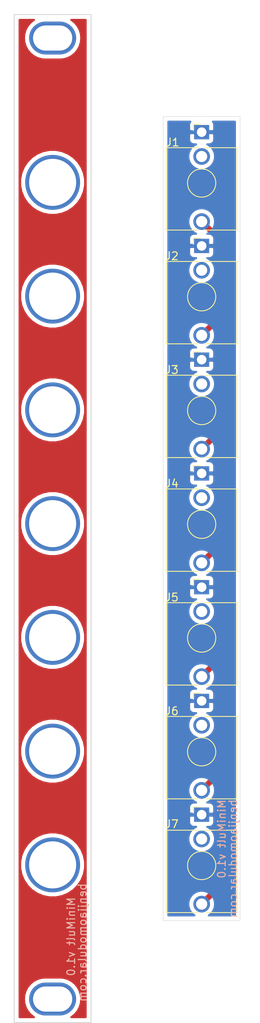
<source format=kicad_pcb>
(kicad_pcb (version 20171130) (host pcbnew 5.1.9+dfsg1-1~bpo10+1)

  (general
    (thickness 1.6)
    (drawings 19)
    (tracks 18)
    (zones 0)
    (modules 15)
    (nets 3)
  )

  (page A4)
  (title_block
    (title MiniMult)
    (company benjiaomodular)
  )

  (layers
    (0 F.Cu signal)
    (31 B.Cu signal)
    (32 B.Adhes user)
    (33 F.Adhes user)
    (34 B.Paste user)
    (35 F.Paste user)
    (36 B.SilkS user)
    (37 F.SilkS user)
    (38 B.Mask user)
    (39 F.Mask user)
    (40 Dwgs.User user)
    (41 Cmts.User user)
    (42 Eco1.User user)
    (43 Eco2.User user)
    (44 Edge.Cuts user)
    (45 Margin user)
    (46 B.CrtYd user)
    (47 F.CrtYd user)
    (48 B.Fab user)
    (49 F.Fab user)
  )

  (setup
    (last_trace_width 0.25)
    (user_trace_width 0.75)
    (trace_clearance 0.2)
    (zone_clearance 0.508)
    (zone_45_only no)
    (trace_min 0.2)
    (via_size 0.8)
    (via_drill 0.4)
    (via_min_size 0.4)
    (via_min_drill 0.3)
    (uvia_size 0.3)
    (uvia_drill 0.1)
    (uvias_allowed no)
    (uvia_min_size 0.2)
    (uvia_min_drill 0.1)
    (edge_width 0.05)
    (segment_width 0.2)
    (pcb_text_width 0.3)
    (pcb_text_size 1.5 1.5)
    (mod_edge_width 0.12)
    (mod_text_size 1 1)
    (mod_text_width 0.15)
    (pad_size 1.524 1.524)
    (pad_drill 0.762)
    (pad_to_mask_clearance 0)
    (aux_axis_origin 0 0)
    (visible_elements FFFFFF7F)
    (pcbplotparams
      (layerselection 0x010fc_ffffffff)
      (usegerberextensions false)
      (usegerberattributes true)
      (usegerberadvancedattributes true)
      (creategerberjobfile true)
      (excludeedgelayer true)
      (linewidth 0.100000)
      (plotframeref false)
      (viasonmask false)
      (mode 1)
      (useauxorigin false)
      (hpglpennumber 1)
      (hpglpenspeed 20)
      (hpglpendiameter 15.000000)
      (psnegative false)
      (psa4output false)
      (plotreference true)
      (plotvalue true)
      (plotinvisibletext false)
      (padsonsilk false)
      (subtractmaskfromsilk false)
      (outputformat 1)
      (mirror false)
      (drillshape 1)
      (scaleselection 1)
      (outputdirectory ""))
  )

  (net 0 "")
  (net 1 GND)
  (net 2 "Net-(J1-PadT)")

  (net_class Default "This is the default net class."
    (clearance 0.2)
    (trace_width 0.25)
    (via_dia 0.8)
    (via_drill 0.4)
    (uvia_dia 0.3)
    (uvia_drill 0.1)
    (add_net GND)
    (add_net "Net-(J1-PadT)")
  )

  (module benjiaomodular:PanelHole_AudioJack_3.5mm (layer F.Cu) (tedit 61D861E6) (tstamp 61D9B2B1)
    (at 124.9 122.9)
    (fp_text reference REF** (at 0 0.5) (layer F.Fab)
      (effects (font (size 1 1) (thickness 0.15)))
    )
    (fp_text value PanelHole_AudioJack_3.5mm (at 0.1 13.9 180) (layer F.Fab) hide
      (effects (font (size 1 1) (thickness 0.15)))
    )
    (fp_circle (center 0 6.5) (end 4 6.5) (layer F.Fab) (width 0.12))
    (fp_line (start 5 12.98) (end 5 -1.42) (layer F.CrtYd) (width 0.05))
    (fp_line (start 4.5 12.48) (end 4.5 2.08) (layer F.Fab) (width 0.1))
    (fp_line (start -5 12.98) (end -5 -1.42) (layer F.CrtYd) (width 0.05))
    (fp_line (start 4.5 2.03) (end -4.5 2.03) (layer F.Fab) (width 0.1))
    (fp_line (start 5 -1.42) (end -5 -1.42) (layer F.CrtYd) (width 0.05))
    (fp_line (start 0 0) (end 0 2.03) (layer F.Fab) (width 0.1))
    (fp_line (start 5 12.98) (end -5 12.98) (layer F.CrtYd) (width 0.05))
    (fp_line (start 4.5 12.48) (end -4.5 12.48) (layer F.Fab) (width 0.1))
    (fp_line (start -4.5 12.48) (end -4.5 2.08) (layer F.Fab) (width 0.1))
    (pad "" thru_hole circle (at 0 6.5 180) (size 7 7) (drill 6) (layers *.Cu *.Mask))
  )

  (module benjiaomodular:PanelHole_AudioJack_3.5mm (layer F.Cu) (tedit 61D861E6) (tstamp 61D9B2B1)
    (at 124.9 137.4)
    (fp_text reference REF** (at 0 0.5) (layer F.Fab)
      (effects (font (size 1 1) (thickness 0.15)))
    )
    (fp_text value PanelHole_AudioJack_3.5mm (at 0.1 13.9 180) (layer F.Fab) hide
      (effects (font (size 1 1) (thickness 0.15)))
    )
    (fp_circle (center 0 6.5) (end 4 6.5) (layer F.Fab) (width 0.12))
    (fp_line (start 5 12.98) (end 5 -1.42) (layer F.CrtYd) (width 0.05))
    (fp_line (start 4.5 12.48) (end 4.5 2.08) (layer F.Fab) (width 0.1))
    (fp_line (start -5 12.98) (end -5 -1.42) (layer F.CrtYd) (width 0.05))
    (fp_line (start 4.5 2.03) (end -4.5 2.03) (layer F.Fab) (width 0.1))
    (fp_line (start 5 -1.42) (end -5 -1.42) (layer F.CrtYd) (width 0.05))
    (fp_line (start 0 0) (end 0 2.03) (layer F.Fab) (width 0.1))
    (fp_line (start 5 12.98) (end -5 12.98) (layer F.CrtYd) (width 0.05))
    (fp_line (start 4.5 12.48) (end -4.5 12.48) (layer F.Fab) (width 0.1))
    (fp_line (start -4.5 12.48) (end -4.5 2.08) (layer F.Fab) (width 0.1))
    (pad "" thru_hole circle (at 0 6.5 180) (size 7 7) (drill 6) (layers *.Cu *.Mask))
  )

  (module benjiaomodular:PanelHole_AudioJack_3.5mm (layer F.Cu) (tedit 61D861E6) (tstamp 61D9B2B1)
    (at 124.9 151.9)
    (fp_text reference REF** (at 0 0.5) (layer F.Fab)
      (effects (font (size 1 1) (thickness 0.15)))
    )
    (fp_text value PanelHole_AudioJack_3.5mm (at 0.1 13.9 180) (layer F.Fab) hide
      (effects (font (size 1 1) (thickness 0.15)))
    )
    (fp_circle (center 0 6.5) (end 4 6.5) (layer F.Fab) (width 0.12))
    (fp_line (start 5 12.98) (end 5 -1.42) (layer F.CrtYd) (width 0.05))
    (fp_line (start 4.5 12.48) (end 4.5 2.08) (layer F.Fab) (width 0.1))
    (fp_line (start -5 12.98) (end -5 -1.42) (layer F.CrtYd) (width 0.05))
    (fp_line (start 4.5 2.03) (end -4.5 2.03) (layer F.Fab) (width 0.1))
    (fp_line (start 5 -1.42) (end -5 -1.42) (layer F.CrtYd) (width 0.05))
    (fp_line (start 0 0) (end 0 2.03) (layer F.Fab) (width 0.1))
    (fp_line (start 5 12.98) (end -5 12.98) (layer F.CrtYd) (width 0.05))
    (fp_line (start 4.5 12.48) (end -4.5 12.48) (layer F.Fab) (width 0.1))
    (fp_line (start -4.5 12.48) (end -4.5 2.08) (layer F.Fab) (width 0.1))
    (pad "" thru_hole circle (at 0 6.5 180) (size 7 7) (drill 6) (layers *.Cu *.Mask))
  )

  (module benjiaomodular:PanelHole_AudioJack_3.5mm (layer F.Cu) (tedit 61D861E6) (tstamp 61D9B2B1)
    (at 124.9 108.4)
    (fp_text reference REF** (at 0 0.5) (layer F.Fab)
      (effects (font (size 1 1) (thickness 0.15)))
    )
    (fp_text value PanelHole_AudioJack_3.5mm (at 0.1 13.9 180) (layer F.Fab) hide
      (effects (font (size 1 1) (thickness 0.15)))
    )
    (fp_circle (center 0 6.5) (end 4 6.5) (layer F.Fab) (width 0.12))
    (fp_line (start 5 12.98) (end 5 -1.42) (layer F.CrtYd) (width 0.05))
    (fp_line (start 4.5 12.48) (end 4.5 2.08) (layer F.Fab) (width 0.1))
    (fp_line (start -5 12.98) (end -5 -1.42) (layer F.CrtYd) (width 0.05))
    (fp_line (start 4.5 2.03) (end -4.5 2.03) (layer F.Fab) (width 0.1))
    (fp_line (start 5 -1.42) (end -5 -1.42) (layer F.CrtYd) (width 0.05))
    (fp_line (start 0 0) (end 0 2.03) (layer F.Fab) (width 0.1))
    (fp_line (start 5 12.98) (end -5 12.98) (layer F.CrtYd) (width 0.05))
    (fp_line (start 4.5 12.48) (end -4.5 12.48) (layer F.Fab) (width 0.1))
    (fp_line (start -4.5 12.48) (end -4.5 2.08) (layer F.Fab) (width 0.1))
    (pad "" thru_hole circle (at 0 6.5 180) (size 7 7) (drill 6) (layers *.Cu *.Mask))
  )

  (module benjiaomodular:PanelHole_AudioJack_3.5mm (layer F.Cu) (tedit 61D861E6) (tstamp 61D9B2B1)
    (at 124.9 93.9)
    (fp_text reference REF** (at 0 0.5) (layer F.Fab)
      (effects (font (size 1 1) (thickness 0.15)))
    )
    (fp_text value PanelHole_AudioJack_3.5mm (at 0.1 13.9 180) (layer F.Fab) hide
      (effects (font (size 1 1) (thickness 0.15)))
    )
    (fp_circle (center 0 6.5) (end 4 6.5) (layer F.Fab) (width 0.12))
    (fp_line (start 5 12.98) (end 5 -1.42) (layer F.CrtYd) (width 0.05))
    (fp_line (start 4.5 12.48) (end 4.5 2.08) (layer F.Fab) (width 0.1))
    (fp_line (start -5 12.98) (end -5 -1.42) (layer F.CrtYd) (width 0.05))
    (fp_line (start 4.5 2.03) (end -4.5 2.03) (layer F.Fab) (width 0.1))
    (fp_line (start 5 -1.42) (end -5 -1.42) (layer F.CrtYd) (width 0.05))
    (fp_line (start 0 0) (end 0 2.03) (layer F.Fab) (width 0.1))
    (fp_line (start 5 12.98) (end -5 12.98) (layer F.CrtYd) (width 0.05))
    (fp_line (start 4.5 12.48) (end -4.5 12.48) (layer F.Fab) (width 0.1))
    (fp_line (start -4.5 12.48) (end -4.5 2.08) (layer F.Fab) (width 0.1))
    (pad "" thru_hole circle (at 0 6.5 180) (size 7 7) (drill 6) (layers *.Cu *.Mask))
  )

  (module benjiaomodular:PanelHole_AudioJack_3.5mm (layer F.Cu) (tedit 61D861E6) (tstamp 61D9B2B1)
    (at 124.9 79.4)
    (fp_text reference REF** (at 0 0.5) (layer F.Fab)
      (effects (font (size 1 1) (thickness 0.15)))
    )
    (fp_text value PanelHole_AudioJack_3.5mm (at 0.1 13.9 180) (layer F.Fab) hide
      (effects (font (size 1 1) (thickness 0.15)))
    )
    (fp_circle (center 0 6.5) (end 4 6.5) (layer F.Fab) (width 0.12))
    (fp_line (start 5 12.98) (end 5 -1.42) (layer F.CrtYd) (width 0.05))
    (fp_line (start 4.5 12.48) (end 4.5 2.08) (layer F.Fab) (width 0.1))
    (fp_line (start -5 12.98) (end -5 -1.42) (layer F.CrtYd) (width 0.05))
    (fp_line (start 4.5 2.03) (end -4.5 2.03) (layer F.Fab) (width 0.1))
    (fp_line (start 5 -1.42) (end -5 -1.42) (layer F.CrtYd) (width 0.05))
    (fp_line (start 0 0) (end 0 2.03) (layer F.Fab) (width 0.1))
    (fp_line (start 5 12.98) (end -5 12.98) (layer F.CrtYd) (width 0.05))
    (fp_line (start 4.5 12.48) (end -4.5 12.48) (layer F.Fab) (width 0.1))
    (fp_line (start -4.5 12.48) (end -4.5 2.08) (layer F.Fab) (width 0.1))
    (pad "" thru_hole circle (at 0 6.5 180) (size 7 7) (drill 6) (layers *.Cu *.Mask))
  )

  (module benjiaomodular:PanelHole_AudioJack_3.5mm (layer F.Cu) (tedit 61D861E6) (tstamp 61D9B0AA)
    (at 124.9 64.9)
    (fp_text reference REF** (at 0 0.5) (layer F.Fab)
      (effects (font (size 1 1) (thickness 0.15)))
    )
    (fp_text value PanelHole_AudioJack_3.5mm (at 0.1 13.9 180) (layer F.Fab) hide
      (effects (font (size 1 1) (thickness 0.15)))
    )
    (fp_circle (center 0 6.5) (end 4 6.5) (layer F.Fab) (width 0.12))
    (fp_line (start 5 12.98) (end 5 -1.42) (layer F.CrtYd) (width 0.05))
    (fp_line (start 4.5 12.48) (end 4.5 2.08) (layer F.Fab) (width 0.1))
    (fp_line (start -5 12.98) (end -5 -1.42) (layer F.CrtYd) (width 0.05))
    (fp_line (start 4.5 2.03) (end -4.5 2.03) (layer F.Fab) (width 0.1))
    (fp_line (start 5 -1.42) (end -5 -1.42) (layer F.CrtYd) (width 0.05))
    (fp_line (start 0 0) (end 0 2.03) (layer F.Fab) (width 0.1))
    (fp_line (start 5 12.98) (end -5 12.98) (layer F.CrtYd) (width 0.05))
    (fp_line (start 4.5 12.48) (end -4.5 12.48) (layer F.Fab) (width 0.1))
    (fp_line (start -4.5 12.48) (end -4.5 2.08) (layer F.Fab) (width 0.1))
    (pad "" thru_hole circle (at 0 6.5 180) (size 7 7) (drill 6) (layers *.Cu *.Mask))
  )

  (module benjiaomodular:Panel_2HP (layer F.Cu) (tedit 61D94B16) (tstamp 61D9AE42)
    (at 120 50)
    (fp_text reference REF** (at 5.1 6.1) (layer F.SilkS) hide
      (effects (font (size 1 1) (thickness 0.15)))
    )
    (fp_text value Panel_2HP (at 4.75 -1) (layer F.Fab)
      (effects (font (size 1 1) (thickness 0.15)))
    )
    (fp_line (start 0 13) (end 9.8 13) (layer Dwgs.User) (width 0.12))
    (fp_line (start 0 115.5) (end 9.8 115.5) (layer Dwgs.User) (width 0.12))
    (fp_line (start 0 128.5) (end 0 0) (layer Dwgs.User) (width 0.12))
    (fp_line (start 9.8 128.5) (end 0 128.5) (layer Dwgs.User) (width 0.12))
    (fp_line (start 0 125.5) (end 9.8 125.5) (layer Dwgs.User) (width 0.12))
    (fp_line (start 0 3) (end 9.8 3) (layer Dwgs.User) (width 0.12))
    (fp_line (start 9.8 0) (end 9.8 128.5) (layer Dwgs.User) (width 0.12))
    (fp_line (start 0 0) (end 9.8 0) (layer Dwgs.User) (width 0.12))
    (fp_text user "Clearance for 2020 Aluminum Extrusion" (at 10.5 116.5) (layer Dwgs.User)
      (effects (font (size 0.8 0.8) (thickness 0.12)))
    )
    (fp_text user REF** (at 5.1 6.1) (layer F.SilkS) hide
      (effects (font (size 1 1) (thickness 0.15)))
    )
    (fp_text user REF** (at 5.1 6.1) (layer F.Fab) hide
      (effects (font (size 1 1) (thickness 0.15)))
    )
    (pad 1 thru_hole oval (at 4.9 3) (size 6 4.2) (drill oval 5 3.2) (layers *.Cu *.Mask))
    (pad 1 thru_hole oval (at 4.9 125.5) (size 6 4.2) (drill oval 5 3.2) (layers *.Cu *.Mask))
  )

  (module benjiaomodular:AudioJack_3.5mm (layer F.Cu) (tedit 61D86605) (tstamp 61D9B946)
    (at 143.9 65)
    (path /61D9D025)
    (fp_text reference J1 (at -3.7 1.3) (layer F.SilkS)
      (effects (font (size 1 1) (thickness 0.15)))
    )
    (fp_text value AudioJack2_SwitchT (at 0 -0.5) (layer F.Fab)
      (effects (font (size 1 1) (thickness 0.15)))
    )
    (fp_line (start 5 -1.42) (end -5 -1.42) (layer F.CrtYd) (width 0.05))
    (fp_line (start 5 12.98) (end -5 12.98) (layer F.CrtYd) (width 0.05))
    (fp_line (start 0 0) (end 0 2.03) (layer F.Fab) (width 0.1))
    (fp_circle (center 0 6.48) (end 1.8 6.48) (layer F.Fab) (width 0.1))
    (fp_line (start 4.5 2.03) (end -4.5 2.03) (layer F.Fab) (width 0.1))
    (fp_line (start 4.5 12.48) (end -4.5 12.48) (layer F.Fab) (width 0.1))
    (fp_line (start 4.5 12.48) (end 4.5 2.08) (layer F.Fab) (width 0.1))
    (fp_line (start -5 12.98) (end -5 -1.42) (layer F.CrtYd) (width 0.05))
    (fp_line (start -1.07 7.49) (end 1.01 5.41) (layer Dwgs.User) (width 0.12))
    (fp_line (start -1.06 -1) (end -0.2 -1) (layer F.SilkS) (width 0.12))
    (fp_line (start -0.5 12.48) (end -4.5 12.48) (layer F.SilkS) (width 0.12))
    (fp_line (start -1.41 6.02) (end -0.46 5.07) (layer Dwgs.User) (width 0.12))
    (fp_line (start 4.5 12.48) (end 0.5 12.48) (layer F.SilkS) (width 0.12))
    (fp_line (start -4.5 1.98) (end -4.5 12.48) (layer F.SilkS) (width 0.12))
    (fp_circle (center 0 6.48) (end 1.8 6.48) (layer F.SilkS) (width 0.12))
    (fp_line (start 5 12.98) (end 5 -1.42) (layer F.CrtYd) (width 0.05))
    (fp_line (start -0.35 1.98) (end -4.5 1.98) (layer F.SilkS) (width 0.12))
    (fp_line (start 0.09 7.96) (end 1.48 6.57) (layer Dwgs.User) (width 0.12))
    (fp_line (start 4.5 1.98) (end 0.35 1.98) (layer F.SilkS) (width 0.12))
    (fp_line (start -0.58 7.83) (end 1.36 5.89) (layer Dwgs.User) (width 0.12))
    (fp_line (start -4.5 12.48) (end -4.5 2.08) (layer F.Fab) (width 0.1))
    (fp_line (start 4.5 1.98) (end 4.5 12.48) (layer F.SilkS) (width 0.12))
    (fp_line (start -1.42 6.875) (end 0.4 5.06) (layer Dwgs.User) (width 0.12))
    (fp_circle (center 0 6.48) (end 1.5 6.48) (layer Dwgs.User) (width 0.12))
    (fp_line (start -1.06 -1) (end -1.06 -0.2) (layer F.SilkS) (width 0.12))
    (fp_text user KEEPOUT (at 0 6.48) (layer Cmts.User)
      (effects (font (size 0.4 0.4) (thickness 0.051)))
    )
    (fp_text user %R (at 0 8 180) (layer F.Fab)
      (effects (font (size 1 1) (thickness 0.15)))
    )
    (pad S thru_hole rect (at 0 0 180) (size 1.93 1.83) (drill 1.22) (layers *.Cu *.Mask)
      (net 1 GND))
    (pad TN thru_hole circle (at 0 3.1 180) (size 2.13 2.13) (drill 1.42) (layers *.Cu *.Mask))
    (pad T thru_hole circle (at 0 11.4 180) (size 2.13 2.13) (drill 1.43) (layers *.Cu *.Mask)
      (net 2 "Net-(J1-PadT)"))
  )

  (module benjiaomodular:AudioJack_3.5mm (layer F.Cu) (tedit 61D86605) (tstamp 61D9B968)
    (at 143.9 79.5)
    (path /61D9D798)
    (fp_text reference J2 (at -3.8 1.3) (layer F.SilkS)
      (effects (font (size 1 1) (thickness 0.15)))
    )
    (fp_text value AudioJack2_SwitchT (at 0 -0.5) (layer F.Fab)
      (effects (font (size 1 1) (thickness 0.15)))
    )
    (fp_line (start -1.06 -1) (end -1.06 -0.2) (layer F.SilkS) (width 0.12))
    (fp_circle (center 0 6.48) (end 1.5 6.48) (layer Dwgs.User) (width 0.12))
    (fp_line (start -1.42 6.875) (end 0.4 5.06) (layer Dwgs.User) (width 0.12))
    (fp_line (start 4.5 1.98) (end 4.5 12.48) (layer F.SilkS) (width 0.12))
    (fp_line (start -4.5 12.48) (end -4.5 2.08) (layer F.Fab) (width 0.1))
    (fp_line (start -0.58 7.83) (end 1.36 5.89) (layer Dwgs.User) (width 0.12))
    (fp_line (start 4.5 1.98) (end 0.35 1.98) (layer F.SilkS) (width 0.12))
    (fp_line (start 0.09 7.96) (end 1.48 6.57) (layer Dwgs.User) (width 0.12))
    (fp_line (start -0.35 1.98) (end -4.5 1.98) (layer F.SilkS) (width 0.12))
    (fp_line (start 5 12.98) (end 5 -1.42) (layer F.CrtYd) (width 0.05))
    (fp_circle (center 0 6.48) (end 1.8 6.48) (layer F.SilkS) (width 0.12))
    (fp_line (start -4.5 1.98) (end -4.5 12.48) (layer F.SilkS) (width 0.12))
    (fp_line (start 4.5 12.48) (end 0.5 12.48) (layer F.SilkS) (width 0.12))
    (fp_line (start -1.41 6.02) (end -0.46 5.07) (layer Dwgs.User) (width 0.12))
    (fp_line (start -0.5 12.48) (end -4.5 12.48) (layer F.SilkS) (width 0.12))
    (fp_line (start -1.06 -1) (end -0.2 -1) (layer F.SilkS) (width 0.12))
    (fp_line (start -1.07 7.49) (end 1.01 5.41) (layer Dwgs.User) (width 0.12))
    (fp_line (start -5 12.98) (end -5 -1.42) (layer F.CrtYd) (width 0.05))
    (fp_line (start 4.5 12.48) (end 4.5 2.08) (layer F.Fab) (width 0.1))
    (fp_line (start 4.5 12.48) (end -4.5 12.48) (layer F.Fab) (width 0.1))
    (fp_line (start 4.5 2.03) (end -4.5 2.03) (layer F.Fab) (width 0.1))
    (fp_circle (center 0 6.48) (end 1.8 6.48) (layer F.Fab) (width 0.1))
    (fp_line (start 0 0) (end 0 2.03) (layer F.Fab) (width 0.1))
    (fp_line (start 5 12.98) (end -5 12.98) (layer F.CrtYd) (width 0.05))
    (fp_line (start 5 -1.42) (end -5 -1.42) (layer F.CrtYd) (width 0.05))
    (fp_text user %R (at 0 8 180) (layer F.Fab)
      (effects (font (size 1 1) (thickness 0.15)))
    )
    (fp_text user KEEPOUT (at 0 6.48) (layer Cmts.User)
      (effects (font (size 0.4 0.4) (thickness 0.051)))
    )
    (pad T thru_hole circle (at 0 11.4 180) (size 2.13 2.13) (drill 1.43) (layers *.Cu *.Mask)
      (net 2 "Net-(J1-PadT)"))
    (pad TN thru_hole circle (at 0 3.1 180) (size 2.13 2.13) (drill 1.42) (layers *.Cu *.Mask))
    (pad S thru_hole rect (at 0 0 180) (size 1.93 1.83) (drill 1.22) (layers *.Cu *.Mask)
      (net 1 GND))
  )

  (module benjiaomodular:AudioJack_3.5mm (layer F.Cu) (tedit 61D86605) (tstamp 61D9B98A)
    (at 143.9 94)
    (path /61D9DBF1)
    (fp_text reference J3 (at -3.8 1.3) (layer F.SilkS)
      (effects (font (size 1 1) (thickness 0.15)))
    )
    (fp_text value AudioJack2_SwitchT (at 0 -0.5) (layer F.Fab)
      (effects (font (size 1 1) (thickness 0.15)))
    )
    (fp_line (start 5 -1.42) (end -5 -1.42) (layer F.CrtYd) (width 0.05))
    (fp_line (start 5 12.98) (end -5 12.98) (layer F.CrtYd) (width 0.05))
    (fp_line (start 0 0) (end 0 2.03) (layer F.Fab) (width 0.1))
    (fp_circle (center 0 6.48) (end 1.8 6.48) (layer F.Fab) (width 0.1))
    (fp_line (start 4.5 2.03) (end -4.5 2.03) (layer F.Fab) (width 0.1))
    (fp_line (start 4.5 12.48) (end -4.5 12.48) (layer F.Fab) (width 0.1))
    (fp_line (start 4.5 12.48) (end 4.5 2.08) (layer F.Fab) (width 0.1))
    (fp_line (start -5 12.98) (end -5 -1.42) (layer F.CrtYd) (width 0.05))
    (fp_line (start -1.07 7.49) (end 1.01 5.41) (layer Dwgs.User) (width 0.12))
    (fp_line (start -1.06 -1) (end -0.2 -1) (layer F.SilkS) (width 0.12))
    (fp_line (start -0.5 12.48) (end -4.5 12.48) (layer F.SilkS) (width 0.12))
    (fp_line (start -1.41 6.02) (end -0.46 5.07) (layer Dwgs.User) (width 0.12))
    (fp_line (start 4.5 12.48) (end 0.5 12.48) (layer F.SilkS) (width 0.12))
    (fp_line (start -4.5 1.98) (end -4.5 12.48) (layer F.SilkS) (width 0.12))
    (fp_circle (center 0 6.48) (end 1.8 6.48) (layer F.SilkS) (width 0.12))
    (fp_line (start 5 12.98) (end 5 -1.42) (layer F.CrtYd) (width 0.05))
    (fp_line (start -0.35 1.98) (end -4.5 1.98) (layer F.SilkS) (width 0.12))
    (fp_line (start 0.09 7.96) (end 1.48 6.57) (layer Dwgs.User) (width 0.12))
    (fp_line (start 4.5 1.98) (end 0.35 1.98) (layer F.SilkS) (width 0.12))
    (fp_line (start -0.58 7.83) (end 1.36 5.89) (layer Dwgs.User) (width 0.12))
    (fp_line (start -4.5 12.48) (end -4.5 2.08) (layer F.Fab) (width 0.1))
    (fp_line (start 4.5 1.98) (end 4.5 12.48) (layer F.SilkS) (width 0.12))
    (fp_line (start -1.42 6.875) (end 0.4 5.06) (layer Dwgs.User) (width 0.12))
    (fp_circle (center 0 6.48) (end 1.5 6.48) (layer Dwgs.User) (width 0.12))
    (fp_line (start -1.06 -1) (end -1.06 -0.2) (layer F.SilkS) (width 0.12))
    (fp_text user KEEPOUT (at 0 6.48) (layer Cmts.User)
      (effects (font (size 0.4 0.4) (thickness 0.051)))
    )
    (fp_text user %R (at 0 8 180) (layer F.Fab)
      (effects (font (size 1 1) (thickness 0.15)))
    )
    (pad S thru_hole rect (at 0 0 180) (size 1.93 1.83) (drill 1.22) (layers *.Cu *.Mask)
      (net 1 GND))
    (pad TN thru_hole circle (at 0 3.1 180) (size 2.13 2.13) (drill 1.42) (layers *.Cu *.Mask))
    (pad T thru_hole circle (at 0 11.4 180) (size 2.13 2.13) (drill 1.43) (layers *.Cu *.Mask)
      (net 2 "Net-(J1-PadT)"))
  )

  (module benjiaomodular:AudioJack_3.5mm (layer F.Cu) (tedit 61D86605) (tstamp 61D9B9AC)
    (at 143.9 108.5)
    (path /61D9DF54)
    (fp_text reference J4 (at -3.8 1.3) (layer F.SilkS)
      (effects (font (size 1 1) (thickness 0.15)))
    )
    (fp_text value AudioJack2_SwitchT (at 0 -0.5) (layer F.Fab)
      (effects (font (size 1 1) (thickness 0.15)))
    )
    (fp_line (start -1.06 -1) (end -1.06 -0.2) (layer F.SilkS) (width 0.12))
    (fp_circle (center 0 6.48) (end 1.5 6.48) (layer Dwgs.User) (width 0.12))
    (fp_line (start -1.42 6.875) (end 0.4 5.06) (layer Dwgs.User) (width 0.12))
    (fp_line (start 4.5 1.98) (end 4.5 12.48) (layer F.SilkS) (width 0.12))
    (fp_line (start -4.5 12.48) (end -4.5 2.08) (layer F.Fab) (width 0.1))
    (fp_line (start -0.58 7.83) (end 1.36 5.89) (layer Dwgs.User) (width 0.12))
    (fp_line (start 4.5 1.98) (end 0.35 1.98) (layer F.SilkS) (width 0.12))
    (fp_line (start 0.09 7.96) (end 1.48 6.57) (layer Dwgs.User) (width 0.12))
    (fp_line (start -0.35 1.98) (end -4.5 1.98) (layer F.SilkS) (width 0.12))
    (fp_line (start 5 12.98) (end 5 -1.42) (layer F.CrtYd) (width 0.05))
    (fp_circle (center 0 6.48) (end 1.8 6.48) (layer F.SilkS) (width 0.12))
    (fp_line (start -4.5 1.98) (end -4.5 12.48) (layer F.SilkS) (width 0.12))
    (fp_line (start 4.5 12.48) (end 0.5 12.48) (layer F.SilkS) (width 0.12))
    (fp_line (start -1.41 6.02) (end -0.46 5.07) (layer Dwgs.User) (width 0.12))
    (fp_line (start -0.5 12.48) (end -4.5 12.48) (layer F.SilkS) (width 0.12))
    (fp_line (start -1.06 -1) (end -0.2 -1) (layer F.SilkS) (width 0.12))
    (fp_line (start -1.07 7.49) (end 1.01 5.41) (layer Dwgs.User) (width 0.12))
    (fp_line (start -5 12.98) (end -5 -1.42) (layer F.CrtYd) (width 0.05))
    (fp_line (start 4.5 12.48) (end 4.5 2.08) (layer F.Fab) (width 0.1))
    (fp_line (start 4.5 12.48) (end -4.5 12.48) (layer F.Fab) (width 0.1))
    (fp_line (start 4.5 2.03) (end -4.5 2.03) (layer F.Fab) (width 0.1))
    (fp_circle (center 0 6.48) (end 1.8 6.48) (layer F.Fab) (width 0.1))
    (fp_line (start 0 0) (end 0 2.03) (layer F.Fab) (width 0.1))
    (fp_line (start 5 12.98) (end -5 12.98) (layer F.CrtYd) (width 0.05))
    (fp_line (start 5 -1.42) (end -5 -1.42) (layer F.CrtYd) (width 0.05))
    (fp_text user %R (at 0 8 180) (layer F.Fab)
      (effects (font (size 1 1) (thickness 0.15)))
    )
    (fp_text user KEEPOUT (at 0 6.48) (layer Cmts.User)
      (effects (font (size 0.4 0.4) (thickness 0.051)))
    )
    (pad T thru_hole circle (at 0 11.4 180) (size 2.13 2.13) (drill 1.43) (layers *.Cu *.Mask)
      (net 2 "Net-(J1-PadT)"))
    (pad TN thru_hole circle (at 0 3.1 180) (size 2.13 2.13) (drill 1.42) (layers *.Cu *.Mask))
    (pad S thru_hole rect (at 0 0 180) (size 1.93 1.83) (drill 1.22) (layers *.Cu *.Mask)
      (net 1 GND))
  )

  (module benjiaomodular:AudioJack_3.5mm (layer F.Cu) (tedit 61D86605) (tstamp 61D9B9CE)
    (at 143.9 123)
    (path /61D9E525)
    (fp_text reference J5 (at -3.8 1.3) (layer F.SilkS)
      (effects (font (size 1 1) (thickness 0.15)))
    )
    (fp_text value AudioJack2_SwitchT (at 0 -0.5) (layer F.Fab)
      (effects (font (size 1 1) (thickness 0.15)))
    )
    (fp_line (start 5 -1.42) (end -5 -1.42) (layer F.CrtYd) (width 0.05))
    (fp_line (start 5 12.98) (end -5 12.98) (layer F.CrtYd) (width 0.05))
    (fp_line (start 0 0) (end 0 2.03) (layer F.Fab) (width 0.1))
    (fp_circle (center 0 6.48) (end 1.8 6.48) (layer F.Fab) (width 0.1))
    (fp_line (start 4.5 2.03) (end -4.5 2.03) (layer F.Fab) (width 0.1))
    (fp_line (start 4.5 12.48) (end -4.5 12.48) (layer F.Fab) (width 0.1))
    (fp_line (start 4.5 12.48) (end 4.5 2.08) (layer F.Fab) (width 0.1))
    (fp_line (start -5 12.98) (end -5 -1.42) (layer F.CrtYd) (width 0.05))
    (fp_line (start -1.07 7.49) (end 1.01 5.41) (layer Dwgs.User) (width 0.12))
    (fp_line (start -1.06 -1) (end -0.2 -1) (layer F.SilkS) (width 0.12))
    (fp_line (start -0.5 12.48) (end -4.5 12.48) (layer F.SilkS) (width 0.12))
    (fp_line (start -1.41 6.02) (end -0.46 5.07) (layer Dwgs.User) (width 0.12))
    (fp_line (start 4.5 12.48) (end 0.5 12.48) (layer F.SilkS) (width 0.12))
    (fp_line (start -4.5 1.98) (end -4.5 12.48) (layer F.SilkS) (width 0.12))
    (fp_circle (center 0 6.48) (end 1.8 6.48) (layer F.SilkS) (width 0.12))
    (fp_line (start 5 12.98) (end 5 -1.42) (layer F.CrtYd) (width 0.05))
    (fp_line (start -0.35 1.98) (end -4.5 1.98) (layer F.SilkS) (width 0.12))
    (fp_line (start 0.09 7.96) (end 1.48 6.57) (layer Dwgs.User) (width 0.12))
    (fp_line (start 4.5 1.98) (end 0.35 1.98) (layer F.SilkS) (width 0.12))
    (fp_line (start -0.58 7.83) (end 1.36 5.89) (layer Dwgs.User) (width 0.12))
    (fp_line (start -4.5 12.48) (end -4.5 2.08) (layer F.Fab) (width 0.1))
    (fp_line (start 4.5 1.98) (end 4.5 12.48) (layer F.SilkS) (width 0.12))
    (fp_line (start -1.42 6.875) (end 0.4 5.06) (layer Dwgs.User) (width 0.12))
    (fp_circle (center 0 6.48) (end 1.5 6.48) (layer Dwgs.User) (width 0.12))
    (fp_line (start -1.06 -1) (end -1.06 -0.2) (layer F.SilkS) (width 0.12))
    (fp_text user KEEPOUT (at 0 6.48) (layer Cmts.User)
      (effects (font (size 0.4 0.4) (thickness 0.051)))
    )
    (fp_text user %R (at 0 8 180) (layer F.Fab)
      (effects (font (size 1 1) (thickness 0.15)))
    )
    (pad S thru_hole rect (at 0 0 180) (size 1.93 1.83) (drill 1.22) (layers *.Cu *.Mask)
      (net 1 GND))
    (pad TN thru_hole circle (at 0 3.1 180) (size 2.13 2.13) (drill 1.42) (layers *.Cu *.Mask))
    (pad T thru_hole circle (at 0 11.4 180) (size 2.13 2.13) (drill 1.43) (layers *.Cu *.Mask)
      (net 2 "Net-(J1-PadT)"))
  )

  (module benjiaomodular:AudioJack_3.5mm (layer F.Cu) (tedit 61D86605) (tstamp 61D9B9F0)
    (at 143.9 137.5)
    (path /61D9E909)
    (fp_text reference J6 (at -3.8 1.3) (layer F.SilkS)
      (effects (font (size 1 1) (thickness 0.15)))
    )
    (fp_text value AudioJack2_SwitchT (at 0 -0.5) (layer F.Fab)
      (effects (font (size 1 1) (thickness 0.15)))
    )
    (fp_line (start -1.06 -1) (end -1.06 -0.2) (layer F.SilkS) (width 0.12))
    (fp_circle (center 0 6.48) (end 1.5 6.48) (layer Dwgs.User) (width 0.12))
    (fp_line (start -1.42 6.875) (end 0.4 5.06) (layer Dwgs.User) (width 0.12))
    (fp_line (start 4.5 1.98) (end 4.5 12.48) (layer F.SilkS) (width 0.12))
    (fp_line (start -4.5 12.48) (end -4.5 2.08) (layer F.Fab) (width 0.1))
    (fp_line (start -0.58 7.83) (end 1.36 5.89) (layer Dwgs.User) (width 0.12))
    (fp_line (start 4.5 1.98) (end 0.35 1.98) (layer F.SilkS) (width 0.12))
    (fp_line (start 0.09 7.96) (end 1.48 6.57) (layer Dwgs.User) (width 0.12))
    (fp_line (start -0.35 1.98) (end -4.5 1.98) (layer F.SilkS) (width 0.12))
    (fp_line (start 5 12.98) (end 5 -1.42) (layer F.CrtYd) (width 0.05))
    (fp_circle (center 0 6.48) (end 1.8 6.48) (layer F.SilkS) (width 0.12))
    (fp_line (start -4.5 1.98) (end -4.5 12.48) (layer F.SilkS) (width 0.12))
    (fp_line (start 4.5 12.48) (end 0.5 12.48) (layer F.SilkS) (width 0.12))
    (fp_line (start -1.41 6.02) (end -0.46 5.07) (layer Dwgs.User) (width 0.12))
    (fp_line (start -0.5 12.48) (end -4.5 12.48) (layer F.SilkS) (width 0.12))
    (fp_line (start -1.06 -1) (end -0.2 -1) (layer F.SilkS) (width 0.12))
    (fp_line (start -1.07 7.49) (end 1.01 5.41) (layer Dwgs.User) (width 0.12))
    (fp_line (start -5 12.98) (end -5 -1.42) (layer F.CrtYd) (width 0.05))
    (fp_line (start 4.5 12.48) (end 4.5 2.08) (layer F.Fab) (width 0.1))
    (fp_line (start 4.5 12.48) (end -4.5 12.48) (layer F.Fab) (width 0.1))
    (fp_line (start 4.5 2.03) (end -4.5 2.03) (layer F.Fab) (width 0.1))
    (fp_circle (center 0 6.48) (end 1.8 6.48) (layer F.Fab) (width 0.1))
    (fp_line (start 0 0) (end 0 2.03) (layer F.Fab) (width 0.1))
    (fp_line (start 5 12.98) (end -5 12.98) (layer F.CrtYd) (width 0.05))
    (fp_line (start 5 -1.42) (end -5 -1.42) (layer F.CrtYd) (width 0.05))
    (fp_text user %R (at 0 8 180) (layer F.Fab)
      (effects (font (size 1 1) (thickness 0.15)))
    )
    (fp_text user KEEPOUT (at 0 6.48) (layer Cmts.User)
      (effects (font (size 0.4 0.4) (thickness 0.051)))
    )
    (pad T thru_hole circle (at 0 11.4 180) (size 2.13 2.13) (drill 1.43) (layers *.Cu *.Mask)
      (net 2 "Net-(J1-PadT)"))
    (pad TN thru_hole circle (at 0 3.1 180) (size 2.13 2.13) (drill 1.42) (layers *.Cu *.Mask))
    (pad S thru_hole rect (at 0 0 180) (size 1.93 1.83) (drill 1.22) (layers *.Cu *.Mask)
      (net 1 GND))
  )

  (module benjiaomodular:AudioJack_3.5mm (layer F.Cu) (tedit 61D86605) (tstamp 61D9BA12)
    (at 143.9 152)
    (path /61D9F1E7)
    (fp_text reference J7 (at -3.8 1.2) (layer F.SilkS)
      (effects (font (size 1 1) (thickness 0.15)))
    )
    (fp_text value AudioJack2_SwitchT (at 0 -0.5) (layer F.Fab)
      (effects (font (size 1 1) (thickness 0.15)))
    )
    (fp_line (start 5 -1.42) (end -5 -1.42) (layer F.CrtYd) (width 0.05))
    (fp_line (start 5 12.98) (end -5 12.98) (layer F.CrtYd) (width 0.05))
    (fp_line (start 0 0) (end 0 2.03) (layer F.Fab) (width 0.1))
    (fp_circle (center 0 6.48) (end 1.8 6.48) (layer F.Fab) (width 0.1))
    (fp_line (start 4.5 2.03) (end -4.5 2.03) (layer F.Fab) (width 0.1))
    (fp_line (start 4.5 12.48) (end -4.5 12.48) (layer F.Fab) (width 0.1))
    (fp_line (start 4.5 12.48) (end 4.5 2.08) (layer F.Fab) (width 0.1))
    (fp_line (start -5 12.98) (end -5 -1.42) (layer F.CrtYd) (width 0.05))
    (fp_line (start -1.07 7.49) (end 1.01 5.41) (layer Dwgs.User) (width 0.12))
    (fp_line (start -1.06 -1) (end -0.2 -1) (layer F.SilkS) (width 0.12))
    (fp_line (start -0.5 12.48) (end -4.5 12.48) (layer F.SilkS) (width 0.12))
    (fp_line (start -1.41 6.02) (end -0.46 5.07) (layer Dwgs.User) (width 0.12))
    (fp_line (start 4.5 12.48) (end 0.5 12.48) (layer F.SilkS) (width 0.12))
    (fp_line (start -4.5 1.98) (end -4.5 12.48) (layer F.SilkS) (width 0.12))
    (fp_circle (center 0 6.48) (end 1.8 6.48) (layer F.SilkS) (width 0.12))
    (fp_line (start 5 12.98) (end 5 -1.42) (layer F.CrtYd) (width 0.05))
    (fp_line (start -0.35 1.98) (end -4.5 1.98) (layer F.SilkS) (width 0.12))
    (fp_line (start 0.09 7.96) (end 1.48 6.57) (layer Dwgs.User) (width 0.12))
    (fp_line (start 4.5 1.98) (end 0.35 1.98) (layer F.SilkS) (width 0.12))
    (fp_line (start -0.58 7.83) (end 1.36 5.89) (layer Dwgs.User) (width 0.12))
    (fp_line (start -4.5 12.48) (end -4.5 2.08) (layer F.Fab) (width 0.1))
    (fp_line (start 4.5 1.98) (end 4.5 12.48) (layer F.SilkS) (width 0.12))
    (fp_line (start -1.42 6.875) (end 0.4 5.06) (layer Dwgs.User) (width 0.12))
    (fp_circle (center 0 6.48) (end 1.5 6.48) (layer Dwgs.User) (width 0.12))
    (fp_line (start -1.06 -1) (end -1.06 -0.2) (layer F.SilkS) (width 0.12))
    (fp_text user KEEPOUT (at 0 6.48) (layer Cmts.User)
      (effects (font (size 0.4 0.4) (thickness 0.051)))
    )
    (fp_text user %R (at 0 8 180) (layer F.Fab)
      (effects (font (size 1 1) (thickness 0.15)))
    )
    (pad S thru_hole rect (at 0 0 180) (size 1.93 1.83) (drill 1.22) (layers *.Cu *.Mask)
      (net 1 GND))
    (pad TN thru_hole circle (at 0 3.1 180) (size 2.13 2.13) (drill 1.42) (layers *.Cu *.Mask))
    (pad T thru_hole circle (at 0 11.4 180) (size 2.13 2.13) (drill 1.43) (layers *.Cu *.Mask)
      (net 2 "Net-(J1-PadT)"))
  )

  (gr_text benjiaomodular.com (at 147.9 157.6 90) (layer B.SilkS) (tstamp 61D9C6C3)
    (effects (font (size 1 1) (thickness 0.15)) (justify mirror))
  )
  (gr_text benjiaomodular.com (at 128.7 168.3 90) (layer B.SilkS)
    (effects (font (size 1 1) (thickness 0.15)) (justify mirror))
  )
  (gr_text "MiniMult v1.0" (at 146.45 155.1 90) (layer B.SilkS) (tstamp 61D9C4B7)
    (effects (font (size 1 1) (thickness 0.15)) (justify mirror))
  )
  (gr_text "MiniMult v1.0" (at 127.25 167.55 90) (layer B.SilkS)
    (effects (font (size 1 1) (thickness 0.15)) (justify mirror))
  )
  (gr_line (start 124.9 147.7) (end 124.9 154.6) (layer F.Mask) (width 0.6) (tstamp 61D9C0C4))
  (gr_line (start 124.9 133.2) (end 124.9 140.1) (layer F.Mask) (width 0.6) (tstamp 61D9C0C4))
  (gr_line (start 124.9 118.7) (end 124.9 125.6) (layer F.Mask) (width 0.6) (tstamp 61D9C0C4))
  (gr_line (start 124.9 104.2) (end 124.9 111.1) (layer F.Mask) (width 0.6) (tstamp 61D9C0C4))
  (gr_line (start 124.9 89.7) (end 124.9 96.6) (layer F.Mask) (width 0.6) (tstamp 61D9C0C4))
  (gr_line (start 124.9 75.2) (end 124.9 82.1) (layer F.Mask) (width 0.6))
  (gr_text X (at 125 61.1) (layer F.Mask)
    (effects (font (size 4 4) (thickness 0.45)))
  )
  (gr_line (start 139 165.5) (end 139 63) (layer Edge.Cuts) (width 0.05) (tstamp 61D9BBE1))
  (gr_line (start 148.8 165.5) (end 139 165.5) (layer Edge.Cuts) (width 0.05))
  (gr_line (start 148.8 63) (end 148.8 165.5) (layer Edge.Cuts) (width 0.05))
  (gr_line (start 139 63) (end 148.8 63) (layer Edge.Cuts) (width 0.05))
  (gr_line (start 129.8 50) (end 129.8 178.5) (layer Edge.Cuts) (width 0.1))
  (gr_line (start 120 50) (end 129.8 50) (layer Edge.Cuts) (width 0.1))
  (gr_line (start 120 178.5) (end 120 50) (layer Edge.Cuts) (width 0.1))
  (gr_line (start 129.8 178.5) (end 120 178.5) (layer Edge.Cuts) (width 0.1))

  (segment (start 143.9 76.4) (end 147 79.5) (width 0.75) (layer F.Cu) (net 2))
  (segment (start 147 160.3) (end 143.9 163.4) (width 0.75) (layer F.Cu) (net 2))
  (segment (start 143.9 148.9) (end 146.8 146) (width 0.75) (layer F.Cu) (net 2))
  (segment (start 146.8 146) (end 147 146) (width 0.75) (layer F.Cu) (net 2))
  (segment (start 147 146) (end 147 160.3) (width 0.75) (layer F.Cu) (net 2))
  (segment (start 146.8 131.5) (end 147 131.5) (width 0.75) (layer F.Cu) (net 2))
  (segment (start 143.9 134.4) (end 146.8 131.5) (width 0.75) (layer F.Cu) (net 2))
  (segment (start 147 131.5) (end 147 146) (width 0.75) (layer F.Cu) (net 2))
  (segment (start 143.9 119.9) (end 147 116.8) (width 0.75) (layer F.Cu) (net 2))
  (segment (start 147 116.8) (end 147 116.7) (width 0.75) (layer F.Cu) (net 2))
  (segment (start 147 116.7) (end 147 131.5) (width 0.75) (layer F.Cu) (net 2))
  (segment (start 146.9 102.4) (end 147 102.4) (width 0.75) (layer F.Cu) (net 2))
  (segment (start 143.9 105.4) (end 146.9 102.4) (width 0.75) (layer F.Cu) (net 2))
  (segment (start 147 102.4) (end 147 116.7) (width 0.75) (layer F.Cu) (net 2))
  (segment (start 147 87.8) (end 147 87.7) (width 0.75) (layer F.Cu) (net 2))
  (segment (start 143.9 90.9) (end 147 87.8) (width 0.75) (layer F.Cu) (net 2))
  (segment (start 147 79.5) (end 147 87.7) (width 0.75) (layer F.Cu) (net 2))
  (segment (start 147 87.7) (end 147 102.4) (width 0.75) (layer F.Cu) (net 2))

  (zone (net 1) (net_name GND) (layer F.Cu) (tstamp 0) (hatch edge 0.508)
    (connect_pads (clearance 0.508))
    (min_thickness 0.254)
    (fill yes (arc_segments 32) (thermal_gap 0.508) (thermal_bridge_width 0.508))
    (polygon
      (pts
        (xy 148.5 165.2) (xy 139.3 165.2) (xy 139.2 63.2) (xy 148.6 63.2)
      )
    )
    (filled_polygon
      (pts
        (xy 142.404463 63.730506) (xy 142.345498 63.84082) (xy 142.309188 63.960518) (xy 142.296928 64.085) (xy 142.3 64.71425)
        (xy 142.45875 64.873) (xy 143.773 64.873) (xy 143.773 64.853) (xy 144.027 64.853) (xy 144.027 64.873)
        (xy 145.34125 64.873) (xy 145.5 64.71425) (xy 145.503072 64.085) (xy 145.490812 63.960518) (xy 145.454502 63.84082)
        (xy 145.395537 63.730506) (xy 145.337674 63.66) (xy 148.14 63.66) (xy 148.140001 164.84) (xy 144.804808 164.84)
        (xy 144.983687 164.720477) (xy 145.220477 164.483687) (xy 145.406521 164.205252) (xy 145.53467 163.895872) (xy 145.6 163.567435)
        (xy 145.6 163.232565) (xy 145.58271 163.145645) (xy 147.679094 161.049261) (xy 147.717633 161.017633) (xy 147.843847 160.86384)
        (xy 147.937632 160.68838) (xy 147.995385 160.497994) (xy 148.01 160.349608) (xy 148.01 160.349606) (xy 148.014886 160.300001)
        (xy 148.01 160.250396) (xy 148.01 146.049608) (xy 148.014886 146) (xy 148.01 145.950392) (xy 148.01 131.549608)
        (xy 148.014886 131.5) (xy 148.01 131.450392) (xy 148.01 116.849606) (xy 148.014886 116.800001) (xy 148.01 116.750396)
        (xy 148.01 102.449608) (xy 148.014886 102.4) (xy 148.01 102.350392) (xy 148.01 87.849606) (xy 148.014886 87.800001)
        (xy 148.01 87.750396) (xy 148.01 79.549604) (xy 148.014886 79.499999) (xy 148.002377 79.373) (xy 147.995385 79.302006)
        (xy 147.937632 79.11162) (xy 147.843847 78.93616) (xy 147.717633 78.782367) (xy 147.679094 78.750739) (xy 145.58271 76.654355)
        (xy 145.6 76.567435) (xy 145.6 76.232565) (xy 145.53467 75.904128) (xy 145.406521 75.594748) (xy 145.220477 75.316313)
        (xy 144.983687 75.079523) (xy 144.705252 74.893479) (xy 144.395872 74.76533) (xy 144.067435 74.7) (xy 143.732565 74.7)
        (xy 143.404128 74.76533) (xy 143.094748 74.893479) (xy 142.816313 75.079523) (xy 142.579523 75.316313) (xy 142.393479 75.594748)
        (xy 142.26533 75.904128) (xy 142.2 76.232565) (xy 142.2 76.567435) (xy 142.26533 76.895872) (xy 142.393479 77.205252)
        (xy 142.579523 77.483687) (xy 142.816313 77.720477) (xy 143.094748 77.906521) (xy 143.19514 77.948105) (xy 142.935 77.946928)
        (xy 142.810518 77.959188) (xy 142.69082 77.995498) (xy 142.580506 78.054463) (xy 142.483815 78.133815) (xy 142.404463 78.230506)
        (xy 142.345498 78.34082) (xy 142.309188 78.460518) (xy 142.296928 78.585) (xy 142.3 79.21425) (xy 142.45875 79.373)
        (xy 143.773 79.373) (xy 143.773 79.353) (xy 144.027 79.353) (xy 144.027 79.373) (xy 145.34125 79.373)
        (xy 145.392948 79.321303) (xy 145.99 79.918355) (xy 145.990001 87.381644) (xy 144.154355 89.21729) (xy 144.067435 89.2)
        (xy 143.732565 89.2) (xy 143.404128 89.26533) (xy 143.094748 89.393479) (xy 142.816313 89.579523) (xy 142.579523 89.816313)
        (xy 142.393479 90.094748) (xy 142.26533 90.404128) (xy 142.2 90.732565) (xy 142.2 91.067435) (xy 142.26533 91.395872)
        (xy 142.393479 91.705252) (xy 142.579523 91.983687) (xy 142.816313 92.220477) (xy 143.094748 92.406521) (xy 143.19514 92.448105)
        (xy 142.935 92.446928) (xy 142.810518 92.459188) (xy 142.69082 92.495498) (xy 142.580506 92.554463) (xy 142.483815 92.633815)
        (xy 142.404463 92.730506) (xy 142.345498 92.84082) (xy 142.309188 92.960518) (xy 142.296928 93.085) (xy 142.3 93.71425)
        (xy 142.45875 93.873) (xy 143.773 93.873) (xy 143.773 93.853) (xy 144.027 93.853) (xy 144.027 93.873)
        (xy 145.34125 93.873) (xy 145.5 93.71425) (xy 145.503072 93.085) (xy 145.490812 92.960518) (xy 145.454502 92.84082)
        (xy 145.395537 92.730506) (xy 145.316185 92.633815) (xy 145.219494 92.554463) (xy 145.10918 92.495498) (xy 144.989482 92.459188)
        (xy 144.865 92.446928) (xy 144.60486 92.448105) (xy 144.705252 92.406521) (xy 144.983687 92.220477) (xy 145.220477 91.983687)
        (xy 145.406521 91.705252) (xy 145.53467 91.395872) (xy 145.6 91.067435) (xy 145.6 90.732565) (xy 145.58271 90.645645)
        (xy 145.99 90.238355) (xy 145.990001 101.881643) (xy 144.154355 103.717289) (xy 144.067435 103.7) (xy 143.732565 103.7)
        (xy 143.404128 103.76533) (xy 143.094748 103.893479) (xy 142.816313 104.079523) (xy 142.579523 104.316313) (xy 142.393479 104.594748)
        (xy 142.26533 104.904128) (xy 142.2 105.232565) (xy 142.2 105.567435) (xy 142.26533 105.895872) (xy 142.393479 106.205252)
        (xy 142.579523 106.483687) (xy 142.816313 106.720477) (xy 143.094748 106.906521) (xy 143.19514 106.948105) (xy 142.935 106.946928)
        (xy 142.810518 106.959188) (xy 142.69082 106.995498) (xy 142.580506 107.054463) (xy 142.483815 107.133815) (xy 142.404463 107.230506)
        (xy 142.345498 107.34082) (xy 142.309188 107.460518) (xy 142.296928 107.585) (xy 142.3 108.21425) (xy 142.45875 108.373)
        (xy 143.773 108.373) (xy 143.773 108.353) (xy 144.027 108.353) (xy 144.027 108.373) (xy 145.34125 108.373)
        (xy 145.5 108.21425) (xy 145.503072 107.585) (xy 145.490812 107.460518) (xy 145.454502 107.34082) (xy 145.395537 107.230506)
        (xy 145.316185 107.133815) (xy 145.219494 107.054463) (xy 145.10918 106.995498) (xy 144.989482 106.959188) (xy 144.865 106.946928)
        (xy 144.60486 106.948105) (xy 144.705252 106.906521) (xy 144.983687 106.720477) (xy 145.220477 106.483687) (xy 145.406521 106.205252)
        (xy 145.53467 105.895872) (xy 145.6 105.567435) (xy 145.6 105.232565) (xy 145.582711 105.145645) (xy 145.99 104.738355)
        (xy 145.990001 116.381644) (xy 144.154355 118.21729) (xy 144.067435 118.2) (xy 143.732565 118.2) (xy 143.404128 118.26533)
        (xy 143.094748 118.393479) (xy 142.816313 118.579523) (xy 142.579523 118.816313) (xy 142.393479 119.094748) (xy 142.26533 119.404128)
        (xy 142.2 119.732565) (xy 142.2 120.067435) (xy 142.26533 120.395872) (xy 142.393479 120.705252) (xy 142.579523 120.983687)
        (xy 142.816313 121.220477) (xy 143.094748 121.406521) (xy 143.19514 121.448105) (xy 142.935 121.446928) (xy 142.810518 121.459188)
        (xy 142.69082 121.495498) (xy 142.580506 121.554463) (xy 142.483815 121.633815) (xy 142.404463 121.730506) (xy 142.345498 121.84082)
        (xy 142.309188 121.960518) (xy 142.296928 122.085) (xy 142.3 122.71425) (xy 142.45875 122.873) (xy 143.773 122.873)
        (xy 143.773 122.853) (xy 144.027 122.853) (xy 144.027 122.873) (xy 145.34125 122.873) (xy 145.5 122.71425)
        (xy 145.503072 122.085) (xy 145.490812 121.960518) (xy 145.454502 121.84082) (xy 145.395537 121.730506) (xy 145.316185 121.633815)
        (xy 145.219494 121.554463) (xy 145.10918 121.495498) (xy 144.989482 121.459188) (xy 144.865 121.446928) (xy 144.60486 121.448105)
        (xy 144.705252 121.406521) (xy 144.983687 121.220477) (xy 145.220477 120.983687) (xy 145.406521 120.705252) (xy 145.53467 120.395872)
        (xy 145.6 120.067435) (xy 145.6 119.732565) (xy 145.58271 119.645645) (xy 145.99 119.238355) (xy 145.990001 130.881644)
        (xy 144.154355 132.71729) (xy 144.067435 132.7) (xy 143.732565 132.7) (xy 143.404128 132.76533) (xy 143.094748 132.893479)
        (xy 142.816313 133.079523) (xy 142.579523 133.316313) (xy 142.393479 133.594748) (xy 142.26533 133.904128) (xy 142.2 134.232565)
        (xy 142.2 134.567435) (xy 142.26533 134.895872) (xy 142.393479 135.205252) (xy 142.579523 135.483687) (xy 142.816313 135.720477)
        (xy 143.094748 135.906521) (xy 143.19514 135.948105) (xy 142.935 135.946928) (xy 142.810518 135.959188) (xy 142.69082 135.995498)
        (xy 142.580506 136.054463) (xy 142.483815 136.133815) (xy 142.404463 136.230506) (xy 142.345498 136.34082) (xy 142.309188 136.460518)
        (xy 142.296928 136.585) (xy 142.3 137.21425) (xy 142.45875 137.373) (xy 143.773 137.373) (xy 143.773 137.353)
        (xy 144.027 137.353) (xy 144.027 137.373) (xy 145.34125 137.373) (xy 145.5 137.21425) (xy 145.503072 136.585)
        (xy 145.490812 136.460518) (xy 145.454502 136.34082) (xy 145.395537 136.230506) (xy 145.316185 136.133815) (xy 145.219494 136.054463)
        (xy 145.10918 135.995498) (xy 144.989482 135.959188) (xy 144.865 135.946928) (xy 144.60486 135.948105) (xy 144.705252 135.906521)
        (xy 144.983687 135.720477) (xy 145.220477 135.483687) (xy 145.406521 135.205252) (xy 145.53467 134.895872) (xy 145.6 134.567435)
        (xy 145.6 134.232565) (xy 145.58271 134.145645) (xy 145.99 133.738355) (xy 145.990001 145.381644) (xy 144.154355 147.21729)
        (xy 144.067435 147.2) (xy 143.732565 147.2) (xy 143.404128 147.26533) (xy 143.094748 147.393479) (xy 142.816313 147.579523)
        (xy 142.579523 147.816313) (xy 142.393479 148.094748) (xy 142.26533 148.404128) (xy 142.2 148.732565) (xy 142.2 149.067435)
        (xy 142.26533 149.395872) (xy 142.393479 149.705252) (xy 142.579523 149.983687) (xy 142.816313 150.220477) (xy 143.094748 150.406521)
        (xy 143.19514 150.448105) (xy 142.935 150.446928) (xy 142.810518 150.459188) (xy 142.69082 150.495498) (xy 142.580506 150.554463)
        (xy 142.483815 150.633815) (xy 142.404463 150.730506) (xy 142.345498 150.84082) (xy 142.309188 150.960518) (xy 142.296928 151.085)
        (xy 142.3 151.71425) (xy 142.45875 151.873) (xy 143.773 151.873) (xy 143.773 151.853) (xy 144.027 151.853)
        (xy 144.027 151.873) (xy 145.34125 151.873) (xy 145.5 151.71425) (xy 145.503072 151.085) (xy 145.490812 150.960518)
        (xy 145.454502 150.84082) (xy 145.395537 150.730506) (xy 145.316185 150.633815) (xy 145.219494 150.554463) (xy 145.10918 150.495498)
        (xy 144.989482 150.459188) (xy 144.865 150.446928) (xy 144.60486 150.448105) (xy 144.705252 150.406521) (xy 144.983687 150.220477)
        (xy 145.220477 149.983687) (xy 145.406521 149.705252) (xy 145.53467 149.395872) (xy 145.6 149.067435) (xy 145.6 148.732565)
        (xy 145.58271 148.645645) (xy 145.99 148.238355) (xy 145.990001 159.881644) (xy 144.154355 161.71729) (xy 144.067435 161.7)
        (xy 143.732565 161.7) (xy 143.404128 161.76533) (xy 143.094748 161.893479) (xy 142.816313 162.079523) (xy 142.579523 162.316313)
        (xy 142.393479 162.594748) (xy 142.26533 162.904128) (xy 142.2 163.232565) (xy 142.2 163.567435) (xy 142.26533 163.895872)
        (xy 142.393479 164.205252) (xy 142.579523 164.483687) (xy 142.816313 164.720477) (xy 142.995192 164.84) (xy 139.66 164.84)
        (xy 139.66 154.932565) (xy 142.2 154.932565) (xy 142.2 155.267435) (xy 142.26533 155.595872) (xy 142.393479 155.905252)
        (xy 142.579523 156.183687) (xy 142.816313 156.420477) (xy 143.094748 156.606521) (xy 143.404128 156.73467) (xy 143.732565 156.8)
        (xy 144.067435 156.8) (xy 144.395872 156.73467) (xy 144.705252 156.606521) (xy 144.983687 156.420477) (xy 145.220477 156.183687)
        (xy 145.406521 155.905252) (xy 145.53467 155.595872) (xy 145.6 155.267435) (xy 145.6 154.932565) (xy 145.53467 154.604128)
        (xy 145.406521 154.294748) (xy 145.220477 154.016313) (xy 144.983687 153.779523) (xy 144.705252 153.593479) (xy 144.60486 153.551895)
        (xy 144.865 153.553072) (xy 144.989482 153.540812) (xy 145.10918 153.504502) (xy 145.219494 153.445537) (xy 145.316185 153.366185)
        (xy 145.395537 153.269494) (xy 145.454502 153.15918) (xy 145.490812 153.039482) (xy 145.503072 152.915) (xy 145.5 152.28575)
        (xy 145.34125 152.127) (xy 144.027 152.127) (xy 144.027 152.147) (xy 143.773 152.147) (xy 143.773 152.127)
        (xy 142.45875 152.127) (xy 142.3 152.28575) (xy 142.296928 152.915) (xy 142.309188 153.039482) (xy 142.345498 153.15918)
        (xy 142.404463 153.269494) (xy 142.483815 153.366185) (xy 142.580506 153.445537) (xy 142.69082 153.504502) (xy 142.810518 153.540812)
        (xy 142.935 153.553072) (xy 143.19514 153.551895) (xy 143.094748 153.593479) (xy 142.816313 153.779523) (xy 142.579523 154.016313)
        (xy 142.393479 154.294748) (xy 142.26533 154.604128) (xy 142.2 154.932565) (xy 139.66 154.932565) (xy 139.66 140.432565)
        (xy 142.2 140.432565) (xy 142.2 140.767435) (xy 142.26533 141.095872) (xy 142.393479 141.405252) (xy 142.579523 141.683687)
        (xy 142.816313 141.920477) (xy 143.094748 142.106521) (xy 143.404128 142.23467) (xy 143.732565 142.3) (xy 144.067435 142.3)
        (xy 144.395872 142.23467) (xy 144.705252 142.106521) (xy 144.983687 141.920477) (xy 145.220477 141.683687) (xy 145.406521 141.405252)
        (xy 145.53467 141.095872) (xy 145.6 140.767435) (xy 145.6 140.432565) (xy 145.53467 140.104128) (xy 145.406521 139.794748)
        (xy 145.220477 139.516313) (xy 144.983687 139.279523) (xy 144.705252 139.093479) (xy 144.60486 139.051895) (xy 144.865 139.053072)
        (xy 144.989482 139.040812) (xy 145.10918 139.004502) (xy 145.219494 138.945537) (xy 145.316185 138.866185) (xy 145.395537 138.769494)
        (xy 145.454502 138.65918) (xy 145.490812 138.539482) (xy 145.503072 138.415) (xy 145.5 137.78575) (xy 145.34125 137.627)
        (xy 144.027 137.627) (xy 144.027 137.647) (xy 143.773 137.647) (xy 143.773 137.627) (xy 142.45875 137.627)
        (xy 142.3 137.78575) (xy 142.296928 138.415) (xy 142.309188 138.539482) (xy 142.345498 138.65918) (xy 142.404463 138.769494)
        (xy 142.483815 138.866185) (xy 142.580506 138.945537) (xy 142.69082 139.004502) (xy 142.810518 139.040812) (xy 142.935 139.053072)
        (xy 143.19514 139.051895) (xy 143.094748 139.093479) (xy 142.816313 139.279523) (xy 142.579523 139.516313) (xy 142.393479 139.794748)
        (xy 142.26533 140.104128) (xy 142.2 140.432565) (xy 139.66 140.432565) (xy 139.66 125.932565) (xy 142.2 125.932565)
        (xy 142.2 126.267435) (xy 142.26533 126.595872) (xy 142.393479 126.905252) (xy 142.579523 127.183687) (xy 142.816313 127.420477)
        (xy 143.094748 127.606521) (xy 143.404128 127.73467) (xy 143.732565 127.8) (xy 144.067435 127.8) (xy 144.395872 127.73467)
        (xy 144.705252 127.606521) (xy 144.983687 127.420477) (xy 145.220477 127.183687) (xy 145.406521 126.905252) (xy 145.53467 126.595872)
        (xy 145.6 126.267435) (xy 145.6 125.932565) (xy 145.53467 125.604128) (xy 145.406521 125.294748) (xy 145.220477 125.016313)
        (xy 144.983687 124.779523) (xy 144.705252 124.593479) (xy 144.60486 124.551895) (xy 144.865 124.553072) (xy 144.989482 124.540812)
        (xy 145.10918 124.504502) (xy 145.219494 124.445537) (xy 145.316185 124.366185) (xy 145.395537 124.269494) (xy 145.454502 124.15918)
        (xy 145.490812 124.039482) (xy 145.503072 123.915) (xy 145.5 123.28575) (xy 145.34125 123.127) (xy 144.027 123.127)
        (xy 144.027 123.147) (xy 143.773 123.147) (xy 143.773 123.127) (xy 142.45875 123.127) (xy 142.3 123.28575)
        (xy 142.296928 123.915) (xy 142.309188 124.039482) (xy 142.345498 124.15918) (xy 142.404463 124.269494) (xy 142.483815 124.366185)
        (xy 142.580506 124.445537) (xy 142.69082 124.504502) (xy 142.810518 124.540812) (xy 142.935 124.553072) (xy 143.19514 124.551895)
        (xy 143.094748 124.593479) (xy 142.816313 124.779523) (xy 142.579523 125.016313) (xy 142.393479 125.294748) (xy 142.26533 125.604128)
        (xy 142.2 125.932565) (xy 139.66 125.932565) (xy 139.66 111.432565) (xy 142.2 111.432565) (xy 142.2 111.767435)
        (xy 142.26533 112.095872) (xy 142.393479 112.405252) (xy 142.579523 112.683687) (xy 142.816313 112.920477) (xy 143.094748 113.106521)
        (xy 143.404128 113.23467) (xy 143.732565 113.3) (xy 144.067435 113.3) (xy 144.395872 113.23467) (xy 144.705252 113.106521)
        (xy 144.983687 112.920477) (xy 145.220477 112.683687) (xy 145.406521 112.405252) (xy 145.53467 112.095872) (xy 145.6 111.767435)
        (xy 145.6 111.432565) (xy 145.53467 111.104128) (xy 145.406521 110.794748) (xy 145.220477 110.516313) (xy 144.983687 110.279523)
        (xy 144.705252 110.093479) (xy 144.60486 110.051895) (xy 144.865 110.053072) (xy 144.989482 110.040812) (xy 145.10918 110.004502)
        (xy 145.219494 109.945537) (xy 145.316185 109.866185) (xy 145.395537 109.769494) (xy 145.454502 109.65918) (xy 145.490812 109.539482)
        (xy 145.503072 109.415) (xy 145.5 108.78575) (xy 145.34125 108.627) (xy 144.027 108.627) (xy 144.027 108.647)
        (xy 143.773 108.647) (xy 143.773 108.627) (xy 142.45875 108.627) (xy 142.3 108.78575) (xy 142.296928 109.415)
        (xy 142.309188 109.539482) (xy 142.345498 109.65918) (xy 142.404463 109.769494) (xy 142.483815 109.866185) (xy 142.580506 109.945537)
        (xy 142.69082 110.004502) (xy 142.810518 110.040812) (xy 142.935 110.053072) (xy 143.19514 110.051895) (xy 143.094748 110.093479)
        (xy 142.816313 110.279523) (xy 142.579523 110.516313) (xy 142.393479 110.794748) (xy 142.26533 111.104128) (xy 142.2 111.432565)
        (xy 139.66 111.432565) (xy 139.66 96.932565) (xy 142.2 96.932565) (xy 142.2 97.267435) (xy 142.26533 97.595872)
        (xy 142.393479 97.905252) (xy 142.579523 98.183687) (xy 142.816313 98.420477) (xy 143.094748 98.606521) (xy 143.404128 98.73467)
        (xy 143.732565 98.8) (xy 144.067435 98.8) (xy 144.395872 98.73467) (xy 144.705252 98.606521) (xy 144.983687 98.420477)
        (xy 145.220477 98.183687) (xy 145.406521 97.905252) (xy 145.53467 97.595872) (xy 145.6 97.267435) (xy 145.6 96.932565)
        (xy 145.53467 96.604128) (xy 145.406521 96.294748) (xy 145.220477 96.016313) (xy 144.983687 95.779523) (xy 144.705252 95.593479)
        (xy 144.60486 95.551895) (xy 144.865 95.553072) (xy 144.989482 95.540812) (xy 145.10918 95.504502) (xy 145.219494 95.445537)
        (xy 145.316185 95.366185) (xy 145.395537 95.269494) (xy 145.454502 95.15918) (xy 145.490812 95.039482) (xy 145.503072 94.915)
        (xy 145.5 94.28575) (xy 145.34125 94.127) (xy 144.027 94.127) (xy 144.027 94.147) (xy 143.773 94.147)
        (xy 143.773 94.127) (xy 142.45875 94.127) (xy 142.3 94.28575) (xy 142.296928 94.915) (xy 142.309188 95.039482)
        (xy 142.345498 95.15918) (xy 142.404463 95.269494) (xy 142.483815 95.366185) (xy 142.580506 95.445537) (xy 142.69082 95.504502)
        (xy 142.810518 95.540812) (xy 142.935 95.553072) (xy 143.19514 95.551895) (xy 143.094748 95.593479) (xy 142.816313 95.779523)
        (xy 142.579523 96.016313) (xy 142.393479 96.294748) (xy 142.26533 96.604128) (xy 142.2 96.932565) (xy 139.66 96.932565)
        (xy 139.66 82.432565) (xy 142.2 82.432565) (xy 142.2 82.767435) (xy 142.26533 83.095872) (xy 142.393479 83.405252)
        (xy 142.579523 83.683687) (xy 142.816313 83.920477) (xy 143.094748 84.106521) (xy 143.404128 84.23467) (xy 143.732565 84.3)
        (xy 144.067435 84.3) (xy 144.395872 84.23467) (xy 144.705252 84.106521) (xy 144.983687 83.920477) (xy 145.220477 83.683687)
        (xy 145.406521 83.405252) (xy 145.53467 83.095872) (xy 145.6 82.767435) (xy 145.6 82.432565) (xy 145.53467 82.104128)
        (xy 145.406521 81.794748) (xy 145.220477 81.516313) (xy 144.983687 81.279523) (xy 144.705252 81.093479) (xy 144.60486 81.051895)
        (xy 144.865 81.053072) (xy 144.989482 81.040812) (xy 145.10918 81.004502) (xy 145.219494 80.945537) (xy 145.316185 80.866185)
        (xy 145.395537 80.769494) (xy 145.454502 80.65918) (xy 145.490812 80.539482) (xy 145.503072 80.415) (xy 145.5 79.78575)
        (xy 145.34125 79.627) (xy 144.027 79.627) (xy 144.027 79.647) (xy 143.773 79.647) (xy 143.773 79.627)
        (xy 142.45875 79.627) (xy 142.3 79.78575) (xy 142.296928 80.415) (xy 142.309188 80.539482) (xy 142.345498 80.65918)
        (xy 142.404463 80.769494) (xy 142.483815 80.866185) (xy 142.580506 80.945537) (xy 142.69082 81.004502) (xy 142.810518 81.040812)
        (xy 142.935 81.053072) (xy 143.19514 81.051895) (xy 143.094748 81.093479) (xy 142.816313 81.279523) (xy 142.579523 81.516313)
        (xy 142.393479 81.794748) (xy 142.26533 82.104128) (xy 142.2 82.432565) (xy 139.66 82.432565) (xy 139.66 67.932565)
        (xy 142.2 67.932565) (xy 142.2 68.267435) (xy 142.26533 68.595872) (xy 142.393479 68.905252) (xy 142.579523 69.183687)
        (xy 142.816313 69.420477) (xy 143.094748 69.606521) (xy 143.404128 69.73467) (xy 143.732565 69.8) (xy 144.067435 69.8)
        (xy 144.395872 69.73467) (xy 144.705252 69.606521) (xy 144.983687 69.420477) (xy 145.220477 69.183687) (xy 145.406521 68.905252)
        (xy 145.53467 68.595872) (xy 145.6 68.267435) (xy 145.6 67.932565) (xy 145.53467 67.604128) (xy 145.406521 67.294748)
        (xy 145.220477 67.016313) (xy 144.983687 66.779523) (xy 144.705252 66.593479) (xy 144.60486 66.551895) (xy 144.865 66.553072)
        (xy 144.989482 66.540812) (xy 145.10918 66.504502) (xy 145.219494 66.445537) (xy 145.316185 66.366185) (xy 145.395537 66.269494)
        (xy 145.454502 66.15918) (xy 145.490812 66.039482) (xy 145.503072 65.915) (xy 145.5 65.28575) (xy 145.34125 65.127)
        (xy 144.027 65.127) (xy 144.027 65.147) (xy 143.773 65.147) (xy 143.773 65.127) (xy 142.45875 65.127)
        (xy 142.3 65.28575) (xy 142.296928 65.915) (xy 142.309188 66.039482) (xy 142.345498 66.15918) (xy 142.404463 66.269494)
        (xy 142.483815 66.366185) (xy 142.580506 66.445537) (xy 142.69082 66.504502) (xy 142.810518 66.540812) (xy 142.935 66.553072)
        (xy 143.19514 66.551895) (xy 143.094748 66.593479) (xy 142.816313 66.779523) (xy 142.579523 67.016313) (xy 142.393479 67.294748)
        (xy 142.26533 67.604128) (xy 142.2 67.932565) (xy 139.66 67.932565) (xy 139.66 63.66) (xy 142.462326 63.66)
      )
    )
  )
  (zone (net 1) (net_name GND) (layer B.Cu) (tstamp 0) (hatch edge 0.508)
    (connect_pads (clearance 0.508))
    (min_thickness 0.254)
    (fill yes (arc_segments 32) (thermal_gap 0.508) (thermal_bridge_width 0.508))
    (polygon
      (pts
        (xy 148.5 165.2) (xy 139.3 165.2) (xy 139.2 63.2) (xy 148.6 63.2)
      )
    )
    (filled_polygon
      (pts
        (xy 142.404463 63.730506) (xy 142.345498 63.84082) (xy 142.309188 63.960518) (xy 142.296928 64.085) (xy 142.3 64.71425)
        (xy 142.45875 64.873) (xy 143.773 64.873) (xy 143.773 64.853) (xy 144.027 64.853) (xy 144.027 64.873)
        (xy 145.34125 64.873) (xy 145.5 64.71425) (xy 145.503072 64.085) (xy 145.490812 63.960518) (xy 145.454502 63.84082)
        (xy 145.395537 63.730506) (xy 145.337674 63.66) (xy 148.14 63.66) (xy 148.140001 164.84) (xy 144.804808 164.84)
        (xy 144.983687 164.720477) (xy 145.220477 164.483687) (xy 145.406521 164.205252) (xy 145.53467 163.895872) (xy 145.6 163.567435)
        (xy 145.6 163.232565) (xy 145.53467 162.904128) (xy 145.406521 162.594748) (xy 145.220477 162.316313) (xy 144.983687 162.079523)
        (xy 144.705252 161.893479) (xy 144.395872 161.76533) (xy 144.067435 161.7) (xy 143.732565 161.7) (xy 143.404128 161.76533)
        (xy 143.094748 161.893479) (xy 142.816313 162.079523) (xy 142.579523 162.316313) (xy 142.393479 162.594748) (xy 142.26533 162.904128)
        (xy 142.2 163.232565) (xy 142.2 163.567435) (xy 142.26533 163.895872) (xy 142.393479 164.205252) (xy 142.579523 164.483687)
        (xy 142.816313 164.720477) (xy 142.995192 164.84) (xy 139.66 164.84) (xy 139.66 154.932565) (xy 142.2 154.932565)
        (xy 142.2 155.267435) (xy 142.26533 155.595872) (xy 142.393479 155.905252) (xy 142.579523 156.183687) (xy 142.816313 156.420477)
        (xy 143.094748 156.606521) (xy 143.404128 156.73467) (xy 143.732565 156.8) (xy 144.067435 156.8) (xy 144.395872 156.73467)
        (xy 144.705252 156.606521) (xy 144.983687 156.420477) (xy 145.220477 156.183687) (xy 145.406521 155.905252) (xy 145.53467 155.595872)
        (xy 145.6 155.267435) (xy 145.6 154.932565) (xy 145.53467 154.604128) (xy 145.406521 154.294748) (xy 145.220477 154.016313)
        (xy 144.983687 153.779523) (xy 144.705252 153.593479) (xy 144.60486 153.551895) (xy 144.865 153.553072) (xy 144.989482 153.540812)
        (xy 145.10918 153.504502) (xy 145.219494 153.445537) (xy 145.316185 153.366185) (xy 145.395537 153.269494) (xy 145.454502 153.15918)
        (xy 145.490812 153.039482) (xy 145.503072 152.915) (xy 145.5 152.28575) (xy 145.34125 152.127) (xy 144.027 152.127)
        (xy 144.027 152.147) (xy 143.773 152.147) (xy 143.773 152.127) (xy 142.45875 152.127) (xy 142.3 152.28575)
        (xy 142.296928 152.915) (xy 142.309188 153.039482) (xy 142.345498 153.15918) (xy 142.404463 153.269494) (xy 142.483815 153.366185)
        (xy 142.580506 153.445537) (xy 142.69082 153.504502) (xy 142.810518 153.540812) (xy 142.935 153.553072) (xy 143.19514 153.551895)
        (xy 143.094748 153.593479) (xy 142.816313 153.779523) (xy 142.579523 154.016313) (xy 142.393479 154.294748) (xy 142.26533 154.604128)
        (xy 142.2 154.932565) (xy 139.66 154.932565) (xy 139.66 148.732565) (xy 142.2 148.732565) (xy 142.2 149.067435)
        (xy 142.26533 149.395872) (xy 142.393479 149.705252) (xy 142.579523 149.983687) (xy 142.816313 150.220477) (xy 143.094748 150.406521)
        (xy 143.19514 150.448105) (xy 142.935 150.446928) (xy 142.810518 150.459188) (xy 142.69082 150.495498) (xy 142.580506 150.554463)
        (xy 142.483815 150.633815) (xy 142.404463 150.730506) (xy 142.345498 150.84082) (xy 142.309188 150.960518) (xy 142.296928 151.085)
        (xy 142.3 151.71425) (xy 142.45875 151.873) (xy 143.773 151.873) (xy 143.773 151.853) (xy 144.027 151.853)
        (xy 144.027 151.873) (xy 145.34125 151.873) (xy 145.5 151.71425) (xy 145.503072 151.085) (xy 145.490812 150.960518)
        (xy 145.454502 150.84082) (xy 145.395537 150.730506) (xy 145.316185 150.633815) (xy 145.219494 150.554463) (xy 145.10918 150.495498)
        (xy 144.989482 150.459188) (xy 144.865 150.446928) (xy 144.60486 150.448105) (xy 144.705252 150.406521) (xy 144.983687 150.220477)
        (xy 145.220477 149.983687) (xy 145.406521 149.705252) (xy 145.53467 149.395872) (xy 145.6 149.067435) (xy 145.6 148.732565)
        (xy 145.53467 148.404128) (xy 145.406521 148.094748) (xy 145.220477 147.816313) (xy 144.983687 147.579523) (xy 144.705252 147.393479)
        (xy 144.395872 147.26533) (xy 144.067435 147.2) (xy 143.732565 147.2) (xy 143.404128 147.26533) (xy 143.094748 147.393479)
        (xy 142.816313 147.579523) (xy 142.579523 147.816313) (xy 142.393479 148.094748) (xy 142.26533 148.404128) (xy 142.2 148.732565)
        (xy 139.66 148.732565) (xy 139.66 140.432565) (xy 142.2 140.432565) (xy 142.2 140.767435) (xy 142.26533 141.095872)
        (xy 142.393479 141.405252) (xy 142.579523 141.683687) (xy 142.816313 141.920477) (xy 143.094748 142.106521) (xy 143.404128 142.23467)
        (xy 143.732565 142.3) (xy 144.067435 142.3) (xy 144.395872 142.23467) (xy 144.705252 142.106521) (xy 144.983687 141.920477)
        (xy 145.220477 141.683687) (xy 145.406521 141.405252) (xy 145.53467 141.095872) (xy 145.6 140.767435) (xy 145.6 140.432565)
        (xy 145.53467 140.104128) (xy 145.406521 139.794748) (xy 145.220477 139.516313) (xy 144.983687 139.279523) (xy 144.705252 139.093479)
        (xy 144.60486 139.051895) (xy 144.865 139.053072) (xy 144.989482 139.040812) (xy 145.10918 139.004502) (xy 145.219494 138.945537)
        (xy 145.316185 138.866185) (xy 145.395537 138.769494) (xy 145.454502 138.65918) (xy 145.490812 138.539482) (xy 145.503072 138.415)
        (xy 145.5 137.78575) (xy 145.34125 137.627) (xy 144.027 137.627) (xy 144.027 137.647) (xy 143.773 137.647)
        (xy 143.773 137.627) (xy 142.45875 137.627) (xy 142.3 137.78575) (xy 142.296928 138.415) (xy 142.309188 138.539482)
        (xy 142.345498 138.65918) (xy 142.404463 138.769494) (xy 142.483815 138.866185) (xy 142.580506 138.945537) (xy 142.69082 139.004502)
        (xy 142.810518 139.040812) (xy 142.935 139.053072) (xy 143.19514 139.051895) (xy 143.094748 139.093479) (xy 142.816313 139.279523)
        (xy 142.579523 139.516313) (xy 142.393479 139.794748) (xy 142.26533 140.104128) (xy 142.2 140.432565) (xy 139.66 140.432565)
        (xy 139.66 134.232565) (xy 142.2 134.232565) (xy 142.2 134.567435) (xy 142.26533 134.895872) (xy 142.393479 135.205252)
        (xy 142.579523 135.483687) (xy 142.816313 135.720477) (xy 143.094748 135.906521) (xy 143.19514 135.948105) (xy 142.935 135.946928)
        (xy 142.810518 135.959188) (xy 142.69082 135.995498) (xy 142.580506 136.054463) (xy 142.483815 136.133815) (xy 142.404463 136.230506)
        (xy 142.345498 136.34082) (xy 142.309188 136.460518) (xy 142.296928 136.585) (xy 142.3 137.21425) (xy 142.45875 137.373)
        (xy 143.773 137.373) (xy 143.773 137.353) (xy 144.027 137.353) (xy 144.027 137.373) (xy 145.34125 137.373)
        (xy 145.5 137.21425) (xy 145.503072 136.585) (xy 145.490812 136.460518) (xy 145.454502 136.34082) (xy 145.395537 136.230506)
        (xy 145.316185 136.133815) (xy 145.219494 136.054463) (xy 145.10918 135.995498) (xy 144.989482 135.959188) (xy 144.865 135.946928)
        (xy 144.60486 135.948105) (xy 144.705252 135.906521) (xy 144.983687 135.720477) (xy 145.220477 135.483687) (xy 145.406521 135.205252)
        (xy 145.53467 134.895872) (xy 145.6 134.567435) (xy 145.6 134.232565) (xy 145.53467 133.904128) (xy 145.406521 133.594748)
        (xy 145.220477 133.316313) (xy 144.983687 133.079523) (xy 144.705252 132.893479) (xy 144.395872 132.76533) (xy 144.067435 132.7)
        (xy 143.732565 132.7) (xy 143.404128 132.76533) (xy 143.094748 132.893479) (xy 142.816313 133.079523) (xy 142.579523 133.316313)
        (xy 142.393479 133.594748) (xy 142.26533 133.904128) (xy 142.2 134.232565) (xy 139.66 134.232565) (xy 139.66 125.932565)
        (xy 142.2 125.932565) (xy 142.2 126.267435) (xy 142.26533 126.595872) (xy 142.393479 126.905252) (xy 142.579523 127.183687)
        (xy 142.816313 127.420477) (xy 143.094748 127.606521) (xy 143.404128 127.73467) (xy 143.732565 127.8) (xy 144.067435 127.8)
        (xy 144.395872 127.73467) (xy 144.705252 127.606521) (xy 144.983687 127.420477) (xy 145.220477 127.183687) (xy 145.406521 126.905252)
        (xy 145.53467 126.595872) (xy 145.6 126.267435) (xy 145.6 125.932565) (xy 145.53467 125.604128) (xy 145.406521 125.294748)
        (xy 145.220477 125.016313) (xy 144.983687 124.779523) (xy 144.705252 124.593479) (xy 144.60486 124.551895) (xy 144.865 124.553072)
        (xy 144.989482 124.540812) (xy 145.10918 124.504502) (xy 145.219494 124.445537) (xy 145.316185 124.366185) (xy 145.395537 124.269494)
        (xy 145.454502 124.15918) (xy 145.490812 124.039482) (xy 145.503072 123.915) (xy 145.5 123.28575) (xy 145.34125 123.127)
        (xy 144.027 123.127) (xy 144.027 123.147) (xy 143.773 123.147) (xy 143.773 123.127) (xy 142.45875 123.127)
        (xy 142.3 123.28575) (xy 142.296928 123.915) (xy 142.309188 124.039482) (xy 142.345498 124.15918) (xy 142.404463 124.269494)
        (xy 142.483815 124.366185) (xy 142.580506 124.445537) (xy 142.69082 124.504502) (xy 142.810518 124.540812) (xy 142.935 124.553072)
        (xy 143.19514 124.551895) (xy 143.094748 124.593479) (xy 142.816313 124.779523) (xy 142.579523 125.016313) (xy 142.393479 125.294748)
        (xy 142.26533 125.604128) (xy 142.2 125.932565) (xy 139.66 125.932565) (xy 139.66 119.732565) (xy 142.2 119.732565)
        (xy 142.2 120.067435) (xy 142.26533 120.395872) (xy 142.393479 120.705252) (xy 142.579523 120.983687) (xy 142.816313 121.220477)
        (xy 143.094748 121.406521) (xy 143.19514 121.448105) (xy 142.935 121.446928) (xy 142.810518 121.459188) (xy 142.69082 121.495498)
        (xy 142.580506 121.554463) (xy 142.483815 121.633815) (xy 142.404463 121.730506) (xy 142.345498 121.84082) (xy 142.309188 121.960518)
        (xy 142.296928 122.085) (xy 142.3 122.71425) (xy 142.45875 122.873) (xy 143.773 122.873) (xy 143.773 122.853)
        (xy 144.027 122.853) (xy 144.027 122.873) (xy 145.34125 122.873) (xy 145.5 122.71425) (xy 145.503072 122.085)
        (xy 145.490812 121.960518) (xy 145.454502 121.84082) (xy 145.395537 121.730506) (xy 145.316185 121.633815) (xy 145.219494 121.554463)
        (xy 145.10918 121.495498) (xy 144.989482 121.459188) (xy 144.865 121.446928) (xy 144.60486 121.448105) (xy 144.705252 121.406521)
        (xy 144.983687 121.220477) (xy 145.220477 120.983687) (xy 145.406521 120.705252) (xy 145.53467 120.395872) (xy 145.6 120.067435)
        (xy 145.6 119.732565) (xy 145.53467 119.404128) (xy 145.406521 119.094748) (xy 145.220477 118.816313) (xy 144.983687 118.579523)
        (xy 144.705252 118.393479) (xy 144.395872 118.26533) (xy 144.067435 118.2) (xy 143.732565 118.2) (xy 143.404128 118.26533)
        (xy 143.094748 118.393479) (xy 142.816313 118.579523) (xy 142.579523 118.816313) (xy 142.393479 119.094748) (xy 142.26533 119.404128)
        (xy 142.2 119.732565) (xy 139.66 119.732565) (xy 139.66 111.432565) (xy 142.2 111.432565) (xy 142.2 111.767435)
        (xy 142.26533 112.095872) (xy 142.393479 112.405252) (xy 142.579523 112.683687) (xy 142.816313 112.920477) (xy 143.094748 113.106521)
        (xy 143.404128 113.23467) (xy 143.732565 113.3) (xy 144.067435 113.3) (xy 144.395872 113.23467) (xy 144.705252 113.106521)
        (xy 144.983687 112.920477) (xy 145.220477 112.683687) (xy 145.406521 112.405252) (xy 145.53467 112.095872) (xy 145.6 111.767435)
        (xy 145.6 111.432565) (xy 145.53467 111.104128) (xy 145.406521 110.794748) (xy 145.220477 110.516313) (xy 144.983687 110.279523)
        (xy 144.705252 110.093479) (xy 144.60486 110.051895) (xy 144.865 110.053072) (xy 144.989482 110.040812) (xy 145.10918 110.004502)
        (xy 145.219494 109.945537) (xy 145.316185 109.866185) (xy 145.395537 109.769494) (xy 145.454502 109.65918) (xy 145.490812 109.539482)
        (xy 145.503072 109.415) (xy 145.5 108.78575) (xy 145.34125 108.627) (xy 144.027 108.627) (xy 144.027 108.647)
        (xy 143.773 108.647) (xy 143.773 108.627) (xy 142.45875 108.627) (xy 142.3 108.78575) (xy 142.296928 109.415)
        (xy 142.309188 109.539482) (xy 142.345498 109.65918) (xy 142.404463 109.769494) (xy 142.483815 109.866185) (xy 142.580506 109.945537)
        (xy 142.69082 110.004502) (xy 142.810518 110.040812) (xy 142.935 110.053072) (xy 143.19514 110.051895) (xy 143.094748 110.093479)
        (xy 142.816313 110.279523) (xy 142.579523 110.516313) (xy 142.393479 110.794748) (xy 142.26533 111.104128) (xy 142.2 111.432565)
        (xy 139.66 111.432565) (xy 139.66 105.232565) (xy 142.2 105.232565) (xy 142.2 105.567435) (xy 142.26533 105.895872)
        (xy 142.393479 106.205252) (xy 142.579523 106.483687) (xy 142.816313 106.720477) (xy 143.094748 106.906521) (xy 143.19514 106.948105)
        (xy 142.935 106.946928) (xy 142.810518 106.959188) (xy 142.69082 106.995498) (xy 142.580506 107.054463) (xy 142.483815 107.133815)
        (xy 142.404463 107.230506) (xy 142.345498 107.34082) (xy 142.309188 107.460518) (xy 142.296928 107.585) (xy 142.3 108.21425)
        (xy 142.45875 108.373) (xy 143.773 108.373) (xy 143.773 108.353) (xy 144.027 108.353) (xy 144.027 108.373)
        (xy 145.34125 108.373) (xy 145.5 108.21425) (xy 145.503072 107.585) (xy 145.490812 107.460518) (xy 145.454502 107.34082)
        (xy 145.395537 107.230506) (xy 145.316185 107.133815) (xy 145.219494 107.054463) (xy 145.10918 106.995498) (xy 144.989482 106.959188)
        (xy 144.865 106.946928) (xy 144.60486 106.948105) (xy 144.705252 106.906521) (xy 144.983687 106.720477) (xy 145.220477 106.483687)
        (xy 145.406521 106.205252) (xy 145.53467 105.895872) (xy 145.6 105.567435) (xy 145.6 105.232565) (xy 145.53467 104.904128)
        (xy 145.406521 104.594748) (xy 145.220477 104.316313) (xy 144.983687 104.079523) (xy 144.705252 103.893479) (xy 144.395872 103.76533)
        (xy 144.067435 103.7) (xy 143.732565 103.7) (xy 143.404128 103.76533) (xy 143.094748 103.893479) (xy 142.816313 104.079523)
        (xy 142.579523 104.316313) (xy 142.393479 104.594748) (xy 142.26533 104.904128) (xy 142.2 105.232565) (xy 139.66 105.232565)
        (xy 139.66 96.932565) (xy 142.2 96.932565) (xy 142.2 97.267435) (xy 142.26533 97.595872) (xy 142.393479 97.905252)
        (xy 142.579523 98.183687) (xy 142.816313 98.420477) (xy 143.094748 98.606521) (xy 143.404128 98.73467) (xy 143.732565 98.8)
        (xy 144.067435 98.8) (xy 144.395872 98.73467) (xy 144.705252 98.606521) (xy 144.983687 98.420477) (xy 145.220477 98.183687)
        (xy 145.406521 97.905252) (xy 145.53467 97.595872) (xy 145.6 97.267435) (xy 145.6 96.932565) (xy 145.53467 96.604128)
        (xy 145.406521 96.294748) (xy 145.220477 96.016313) (xy 144.983687 95.779523) (xy 144.705252 95.593479) (xy 144.60486 95.551895)
        (xy 144.865 95.553072) (xy 144.989482 95.540812) (xy 145.10918 95.504502) (xy 145.219494 95.445537) (xy 145.316185 95.366185)
        (xy 145.395537 95.269494) (xy 145.454502 95.15918) (xy 145.490812 95.039482) (xy 145.503072 94.915) (xy 145.5 94.28575)
        (xy 145.34125 94.127) (xy 144.027 94.127) (xy 144.027 94.147) (xy 143.773 94.147) (xy 143.773 94.127)
        (xy 142.45875 94.127) (xy 142.3 94.28575) (xy 142.296928 94.915) (xy 142.309188 95.039482) (xy 142.345498 95.15918)
        (xy 142.404463 95.269494) (xy 142.483815 95.366185) (xy 142.580506 95.445537) (xy 142.69082 95.504502) (xy 142.810518 95.540812)
        (xy 142.935 95.553072) (xy 143.19514 95.551895) (xy 143.094748 95.593479) (xy 142.816313 95.779523) (xy 142.579523 96.016313)
        (xy 142.393479 96.294748) (xy 142.26533 96.604128) (xy 142.2 96.932565) (xy 139.66 96.932565) (xy 139.66 90.732565)
        (xy 142.2 90.732565) (xy 142.2 91.067435) (xy 142.26533 91.395872) (xy 142.393479 91.705252) (xy 142.579523 91.983687)
        (xy 142.816313 92.220477) (xy 143.094748 92.406521) (xy 143.19514 92.448105) (xy 142.935 92.446928) (xy 142.810518 92.459188)
        (xy 142.69082 92.495498) (xy 142.580506 92.554463) (xy 142.483815 92.633815) (xy 142.404463 92.730506) (xy 142.345498 92.84082)
        (xy 142.309188 92.960518) (xy 142.296928 93.085) (xy 142.3 93.71425) (xy 142.45875 93.873) (xy 143.773 93.873)
        (xy 143.773 93.853) (xy 144.027 93.853) (xy 144.027 93.873) (xy 145.34125 93.873) (xy 145.5 93.71425)
        (xy 145.503072 93.085) (xy 145.490812 92.960518) (xy 145.454502 92.84082) (xy 145.395537 92.730506) (xy 145.316185 92.633815)
        (xy 145.219494 92.554463) (xy 145.10918 92.495498) (xy 144.989482 92.459188) (xy 144.865 92.446928) (xy 144.60486 92.448105)
        (xy 144.705252 92.406521) (xy 144.983687 92.220477) (xy 145.220477 91.983687) (xy 145.406521 91.705252) (xy 145.53467 91.395872)
        (xy 145.6 91.067435) (xy 145.6 90.732565) (xy 145.53467 90.404128) (xy 145.406521 90.094748) (xy 145.220477 89.816313)
        (xy 144.983687 89.579523) (xy 144.705252 89.393479) (xy 144.395872 89.26533) (xy 144.067435 89.2) (xy 143.732565 89.2)
        (xy 143.404128 89.26533) (xy 143.094748 89.393479) (xy 142.816313 89.579523) (xy 142.579523 89.816313) (xy 142.393479 90.094748)
        (xy 142.26533 90.404128) (xy 142.2 90.732565) (xy 139.66 90.732565) (xy 139.66 82.432565) (xy 142.2 82.432565)
        (xy 142.2 82.767435) (xy 142.26533 83.095872) (xy 142.393479 83.405252) (xy 142.579523 83.683687) (xy 142.816313 83.920477)
        (xy 143.094748 84.106521) (xy 143.404128 84.23467) (xy 143.732565 84.3) (xy 144.067435 84.3) (xy 144.395872 84.23467)
        (xy 144.705252 84.106521) (xy 144.983687 83.920477) (xy 145.220477 83.683687) (xy 145.406521 83.405252) (xy 145.53467 83.095872)
        (xy 145.6 82.767435) (xy 145.6 82.432565) (xy 145.53467 82.104128) (xy 145.406521 81.794748) (xy 145.220477 81.516313)
        (xy 144.983687 81.279523) (xy 144.705252 81.093479) (xy 144.60486 81.051895) (xy 144.865 81.053072) (xy 144.989482 81.040812)
        (xy 145.10918 81.004502) (xy 145.219494 80.945537) (xy 145.316185 80.866185) (xy 145.395537 80.769494) (xy 145.454502 80.65918)
        (xy 145.490812 80.539482) (xy 145.503072 80.415) (xy 145.5 79.78575) (xy 145.34125 79.627) (xy 144.027 79.627)
        (xy 144.027 79.647) (xy 143.773 79.647) (xy 143.773 79.627) (xy 142.45875 79.627) (xy 142.3 79.78575)
        (xy 142.296928 80.415) (xy 142.309188 80.539482) (xy 142.345498 80.65918) (xy 142.404463 80.769494) (xy 142.483815 80.866185)
        (xy 142.580506 80.945537) (xy 142.69082 81.004502) (xy 142.810518 81.040812) (xy 142.935 81.053072) (xy 143.19514 81.051895)
        (xy 143.094748 81.093479) (xy 142.816313 81.279523) (xy 142.579523 81.516313) (xy 142.393479 81.794748) (xy 142.26533 82.104128)
        (xy 142.2 82.432565) (xy 139.66 82.432565) (xy 139.66 76.232565) (xy 142.2 76.232565) (xy 142.2 76.567435)
        (xy 142.26533 76.895872) (xy 142.393479 77.205252) (xy 142.579523 77.483687) (xy 142.816313 77.720477) (xy 143.094748 77.906521)
        (xy 143.19514 77.948105) (xy 142.935 77.946928) (xy 142.810518 77.959188) (xy 142.69082 77.995498) (xy 142.580506 78.054463)
        (xy 142.483815 78.133815) (xy 142.404463 78.230506) (xy 142.345498 78.34082) (xy 142.309188 78.460518) (xy 142.296928 78.585)
        (xy 142.3 79.21425) (xy 142.45875 79.373) (xy 143.773 79.373) (xy 143.773 79.353) (xy 144.027 79.353)
        (xy 144.027 79.373) (xy 145.34125 79.373) (xy 145.5 79.21425) (xy 145.503072 78.585) (xy 145.490812 78.460518)
        (xy 145.454502 78.34082) (xy 145.395537 78.230506) (xy 145.316185 78.133815) (xy 145.219494 78.054463) (xy 145.10918 77.995498)
        (xy 144.989482 77.959188) (xy 144.865 77.946928) (xy 144.60486 77.948105) (xy 144.705252 77.906521) (xy 144.983687 77.720477)
        (xy 145.220477 77.483687) (xy 145.406521 77.205252) (xy 145.53467 76.895872) (xy 145.6 76.567435) (xy 145.6 76.232565)
        (xy 145.53467 75.904128) (xy 145.406521 75.594748) (xy 145.220477 75.316313) (xy 144.983687 75.079523) (xy 144.705252 74.893479)
        (xy 144.395872 74.76533) (xy 144.067435 74.7) (xy 143.732565 74.7) (xy 143.404128 74.76533) (xy 143.094748 74.893479)
        (xy 142.816313 75.079523) (xy 142.579523 75.316313) (xy 142.393479 75.594748) (xy 142.26533 75.904128) (xy 142.2 76.232565)
        (xy 139.66 76.232565) (xy 139.66 67.932565) (xy 142.2 67.932565) (xy 142.2 68.267435) (xy 142.26533 68.595872)
        (xy 142.393479 68.905252) (xy 142.579523 69.183687) (xy 142.816313 69.420477) (xy 143.094748 69.606521) (xy 143.404128 69.73467)
        (xy 143.732565 69.8) (xy 144.067435 69.8) (xy 144.395872 69.73467) (xy 144.705252 69.606521) (xy 144.983687 69.420477)
        (xy 145.220477 69.183687) (xy 145.406521 68.905252) (xy 145.53467 68.595872) (xy 145.6 68.267435) (xy 145.6 67.932565)
        (xy 145.53467 67.604128) (xy 145.406521 67.294748) (xy 145.220477 67.016313) (xy 144.983687 66.779523) (xy 144.705252 66.593479)
        (xy 144.60486 66.551895) (xy 144.865 66.553072) (xy 144.989482 66.540812) (xy 145.10918 66.504502) (xy 145.219494 66.445537)
        (xy 145.316185 66.366185) (xy 145.395537 66.269494) (xy 145.454502 66.15918) (xy 145.490812 66.039482) (xy 145.503072 65.915)
        (xy 145.5 65.28575) (xy 145.34125 65.127) (xy 144.027 65.127) (xy 144.027 65.147) (xy 143.773 65.147)
        (xy 143.773 65.127) (xy 142.45875 65.127) (xy 142.3 65.28575) (xy 142.296928 65.915) (xy 142.309188 66.039482)
        (xy 142.345498 66.15918) (xy 142.404463 66.269494) (xy 142.483815 66.366185) (xy 142.580506 66.445537) (xy 142.69082 66.504502)
        (xy 142.810518 66.540812) (xy 142.935 66.553072) (xy 143.19514 66.551895) (xy 143.094748 66.593479) (xy 142.816313 66.779523)
        (xy 142.579523 67.016313) (xy 142.393479 67.294748) (xy 142.26533 67.604128) (xy 142.2 67.932565) (xy 139.66 67.932565)
        (xy 139.66 63.66) (xy 142.462326 63.66)
      )
    )
  )
  (zone (net 0) (net_name "") (layer F.Cu) (tstamp 0) (hatch edge 0.508)
    (connect_pads (clearance 0.508))
    (min_thickness 0.254)
    (fill yes (arc_segments 32) (thermal_gap 0.508) (thermal_bridge_width 0.508))
    (polygon
      (pts
        (xy 129.5 178.2) (xy 120.3 178.2) (xy 120.3 50.3) (xy 129.5 50.3)
      )
    )
    (filled_polygon
      (pts
        (xy 122.473164 50.714928) (xy 122.056706 51.056706) (xy 121.714928 51.473164) (xy 121.460964 51.948297) (xy 121.304574 52.463846)
        (xy 121.251767 53) (xy 121.304574 53.536154) (xy 121.460964 54.051703) (xy 121.714928 54.526836) (xy 122.056706 54.943294)
        (xy 122.473164 55.285072) (xy 122.948297 55.539036) (xy 123.463846 55.695426) (xy 123.865644 55.735) (xy 125.934356 55.735)
        (xy 126.336154 55.695426) (xy 126.851703 55.539036) (xy 127.326836 55.285072) (xy 127.743294 54.943294) (xy 128.085072 54.526836)
        (xy 128.339036 54.051703) (xy 128.495426 53.536154) (xy 128.548233 53) (xy 128.495426 52.463846) (xy 128.339036 51.948297)
        (xy 128.085072 51.473164) (xy 127.743294 51.056706) (xy 127.326836 50.714928) (xy 127.270845 50.685) (xy 129.115 50.685)
        (xy 129.115001 177.815) (xy 127.270845 177.815) (xy 127.326836 177.785072) (xy 127.743294 177.443294) (xy 128.085072 177.026836)
        (xy 128.339036 176.551703) (xy 128.495426 176.036154) (xy 128.548233 175.5) (xy 128.495426 174.963846) (xy 128.339036 174.448297)
        (xy 128.085072 173.973164) (xy 127.743294 173.556706) (xy 127.326836 173.214928) (xy 126.851703 172.960964) (xy 126.336154 172.804574)
        (xy 125.934356 172.765) (xy 123.865644 172.765) (xy 123.463846 172.804574) (xy 122.948297 172.960964) (xy 122.473164 173.214928)
        (xy 122.056706 173.556706) (xy 121.714928 173.973164) (xy 121.460964 174.448297) (xy 121.304574 174.963846) (xy 121.251767 175.5)
        (xy 121.304574 176.036154) (xy 121.460964 176.551703) (xy 121.714928 177.026836) (xy 122.056706 177.443294) (xy 122.473164 177.785072)
        (xy 122.529155 177.815) (xy 120.685 177.815) (xy 120.685 157.992738) (xy 120.765 157.992738) (xy 120.765 158.807262)
        (xy 120.923906 159.606135) (xy 121.235611 160.358657) (xy 121.688136 161.035909) (xy 122.264091 161.611864) (xy 122.941343 162.064389)
        (xy 123.693865 162.376094) (xy 124.492738 162.535) (xy 125.307262 162.535) (xy 126.106135 162.376094) (xy 126.858657 162.064389)
        (xy 127.535909 161.611864) (xy 128.111864 161.035909) (xy 128.564389 160.358657) (xy 128.876094 159.606135) (xy 129.035 158.807262)
        (xy 129.035 157.992738) (xy 128.876094 157.193865) (xy 128.564389 156.441343) (xy 128.111864 155.764091) (xy 127.535909 155.188136)
        (xy 126.858657 154.735611) (xy 126.106135 154.423906) (xy 125.307262 154.265) (xy 124.492738 154.265) (xy 123.693865 154.423906)
        (xy 122.941343 154.735611) (xy 122.264091 155.188136) (xy 121.688136 155.764091) (xy 121.235611 156.441343) (xy 120.923906 157.193865)
        (xy 120.765 157.992738) (xy 120.685 157.992738) (xy 120.685 143.492738) (xy 120.765 143.492738) (xy 120.765 144.307262)
        (xy 120.923906 145.106135) (xy 121.235611 145.858657) (xy 121.688136 146.535909) (xy 122.264091 147.111864) (xy 122.941343 147.564389)
        (xy 123.693865 147.876094) (xy 124.492738 148.035) (xy 125.307262 148.035) (xy 126.106135 147.876094) (xy 126.858657 147.564389)
        (xy 127.535909 147.111864) (xy 128.111864 146.535909) (xy 128.564389 145.858657) (xy 128.876094 145.106135) (xy 129.035 144.307262)
        (xy 129.035 143.492738) (xy 128.876094 142.693865) (xy 128.564389 141.941343) (xy 128.111864 141.264091) (xy 127.535909 140.688136)
        (xy 126.858657 140.235611) (xy 126.106135 139.923906) (xy 125.307262 139.765) (xy 124.492738 139.765) (xy 123.693865 139.923906)
        (xy 122.941343 140.235611) (xy 122.264091 140.688136) (xy 121.688136 141.264091) (xy 121.235611 141.941343) (xy 120.923906 142.693865)
        (xy 120.765 143.492738) (xy 120.685 143.492738) (xy 120.685 128.992738) (xy 120.765 128.992738) (xy 120.765 129.807262)
        (xy 120.923906 130.606135) (xy 121.235611 131.358657) (xy 121.688136 132.035909) (xy 122.264091 132.611864) (xy 122.941343 133.064389)
        (xy 123.693865 133.376094) (xy 124.492738 133.535) (xy 125.307262 133.535) (xy 126.106135 133.376094) (xy 126.858657 133.064389)
        (xy 127.535909 132.611864) (xy 128.111864 132.035909) (xy 128.564389 131.358657) (xy 128.876094 130.606135) (xy 129.035 129.807262)
        (xy 129.035 128.992738) (xy 128.876094 128.193865) (xy 128.564389 127.441343) (xy 128.111864 126.764091) (xy 127.535909 126.188136)
        (xy 126.858657 125.735611) (xy 126.106135 125.423906) (xy 125.307262 125.265) (xy 124.492738 125.265) (xy 123.693865 125.423906)
        (xy 122.941343 125.735611) (xy 122.264091 126.188136) (xy 121.688136 126.764091) (xy 121.235611 127.441343) (xy 120.923906 128.193865)
        (xy 120.765 128.992738) (xy 120.685 128.992738) (xy 120.685 114.492738) (xy 120.765 114.492738) (xy 120.765 115.307262)
        (xy 120.923906 116.106135) (xy 121.235611 116.858657) (xy 121.688136 117.535909) (xy 122.264091 118.111864) (xy 122.941343 118.564389)
        (xy 123.693865 118.876094) (xy 124.492738 119.035) (xy 125.307262 119.035) (xy 126.106135 118.876094) (xy 126.858657 118.564389)
        (xy 127.535909 118.111864) (xy 128.111864 117.535909) (xy 128.564389 116.858657) (xy 128.876094 116.106135) (xy 129.035 115.307262)
        (xy 129.035 114.492738) (xy 128.876094 113.693865) (xy 128.564389 112.941343) (xy 128.111864 112.264091) (xy 127.535909 111.688136)
        (xy 126.858657 111.235611) (xy 126.106135 110.923906) (xy 125.307262 110.765) (xy 124.492738 110.765) (xy 123.693865 110.923906)
        (xy 122.941343 111.235611) (xy 122.264091 111.688136) (xy 121.688136 112.264091) (xy 121.235611 112.941343) (xy 120.923906 113.693865)
        (xy 120.765 114.492738) (xy 120.685 114.492738) (xy 120.685 99.992738) (xy 120.765 99.992738) (xy 120.765 100.807262)
        (xy 120.923906 101.606135) (xy 121.235611 102.358657) (xy 121.688136 103.035909) (xy 122.264091 103.611864) (xy 122.941343 104.064389)
        (xy 123.693865 104.376094) (xy 124.492738 104.535) (xy 125.307262 104.535) (xy 126.106135 104.376094) (xy 126.858657 104.064389)
        (xy 127.535909 103.611864) (xy 128.111864 103.035909) (xy 128.564389 102.358657) (xy 128.876094 101.606135) (xy 129.035 100.807262)
        (xy 129.035 99.992738) (xy 128.876094 99.193865) (xy 128.564389 98.441343) (xy 128.111864 97.764091) (xy 127.535909 97.188136)
        (xy 126.858657 96.735611) (xy 126.106135 96.423906) (xy 125.307262 96.265) (xy 124.492738 96.265) (xy 123.693865 96.423906)
        (xy 122.941343 96.735611) (xy 122.264091 97.188136) (xy 121.688136 97.764091) (xy 121.235611 98.441343) (xy 120.923906 99.193865)
        (xy 120.765 99.992738) (xy 120.685 99.992738) (xy 120.685 85.492738) (xy 120.765 85.492738) (xy 120.765 86.307262)
        (xy 120.923906 87.106135) (xy 121.235611 87.858657) (xy 121.688136 88.535909) (xy 122.264091 89.111864) (xy 122.941343 89.564389)
        (xy 123.693865 89.876094) (xy 124.492738 90.035) (xy 125.307262 90.035) (xy 126.106135 89.876094) (xy 126.858657 89.564389)
        (xy 127.535909 89.111864) (xy 128.111864 88.535909) (xy 128.564389 87.858657) (xy 128.876094 87.106135) (xy 129.035 86.307262)
        (xy 129.035 85.492738) (xy 128.876094 84.693865) (xy 128.564389 83.941343) (xy 128.111864 83.264091) (xy 127.535909 82.688136)
        (xy 126.858657 82.235611) (xy 126.106135 81.923906) (xy 125.307262 81.765) (xy 124.492738 81.765) (xy 123.693865 81.923906)
        (xy 122.941343 82.235611) (xy 122.264091 82.688136) (xy 121.688136 83.264091) (xy 121.235611 83.941343) (xy 120.923906 84.693865)
        (xy 120.765 85.492738) (xy 120.685 85.492738) (xy 120.685 70.992738) (xy 120.765 70.992738) (xy 120.765 71.807262)
        (xy 120.923906 72.606135) (xy 121.235611 73.358657) (xy 121.688136 74.035909) (xy 122.264091 74.611864) (xy 122.941343 75.064389)
        (xy 123.693865 75.376094) (xy 124.492738 75.535) (xy 125.307262 75.535) (xy 126.106135 75.376094) (xy 126.858657 75.064389)
        (xy 127.535909 74.611864) (xy 128.111864 74.035909) (xy 128.564389 73.358657) (xy 128.876094 72.606135) (xy 129.035 71.807262)
        (xy 129.035 70.992738) (xy 128.876094 70.193865) (xy 128.564389 69.441343) (xy 128.111864 68.764091) (xy 127.535909 68.188136)
        (xy 126.858657 67.735611) (xy 126.106135 67.423906) (xy 125.307262 67.265) (xy 124.492738 67.265) (xy 123.693865 67.423906)
        (xy 122.941343 67.735611) (xy 122.264091 68.188136) (xy 121.688136 68.764091) (xy 121.235611 69.441343) (xy 120.923906 70.193865)
        (xy 120.765 70.992738) (xy 120.685 70.992738) (xy 120.685 50.685) (xy 122.529155 50.685)
      )
    )
  )
)

</source>
